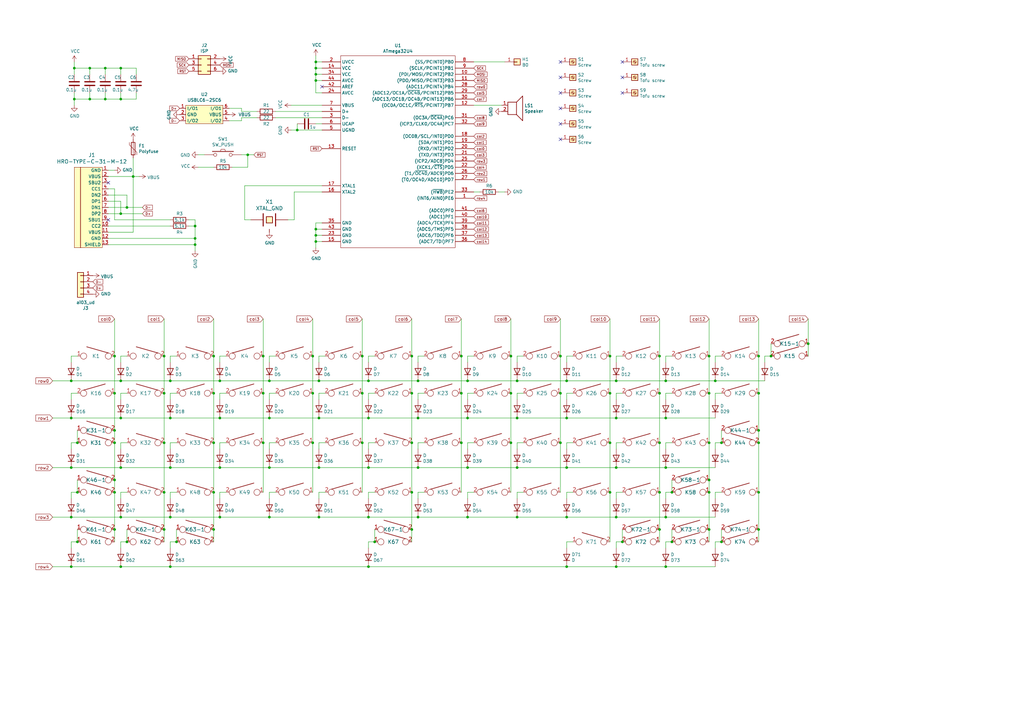
<source format=kicad_sch>
(kicad_sch (version 20200512) (host eeschema "(5.99.0-1789-gecec7192f)")
  (page 1 1)
  (paper "A3")
  (junction (at 29.21 156.21))
  (junction (at 29.21 171.45))
  (junction (at 29.21 191.77))
  (junction (at 29.21 212.09))
  (junction (at 29.21 232.41))
  (junction (at 30.48 27.94))
  (junction (at 30.48 40.64))
  (junction (at 31.75 181.61))
  (junction (at 31.75 201.93))
  (junction (at 31.75 222.25))
  (junction (at 36.83 27.94))
  (junction (at 36.83 40.64))
  (junction (at 43.18 27.94))
  (junction (at 43.18 40.64))
  (junction (at 46.99 146.05))
  (junction (at 46.99 161.29))
  (junction (at 46.99 176.53))
  (junction (at 46.99 181.61))
  (junction (at 46.99 196.85))
  (junction (at 46.99 201.93))
  (junction (at 46.99 217.17))
  (junction (at 49.53 27.94))
  (junction (at 49.53 40.64))
  (junction (at 49.53 87.63))
  (junction (at 49.53 156.21))
  (junction (at 49.53 171.45))
  (junction (at 49.53 191.77))
  (junction (at 49.53 212.09))
  (junction (at 49.53 232.41))
  (junction (at 52.07 85.09))
  (junction (at 52.07 222.25))
  (junction (at 54.61 72.39))
  (junction (at 67.31 146.05))
  (junction (at 67.31 161.29))
  (junction (at 67.31 181.61))
  (junction (at 67.31 201.93))
  (junction (at 67.31 217.17))
  (junction (at 69.85 156.21))
  (junction (at 69.85 171.45))
  (junction (at 69.85 191.77))
  (junction (at 69.85 212.09))
  (junction (at 69.85 232.41))
  (junction (at 72.39 222.25))
  (junction (at 80.01 92.71))
  (junction (at 80.01 97.79))
  (junction (at 80.01 100.33))
  (junction (at 87.63 146.05))
  (junction (at 87.63 161.29))
  (junction (at 87.63 181.61))
  (junction (at 87.63 201.93))
  (junction (at 87.63 217.17))
  (junction (at 90.17 156.21))
  (junction (at 90.17 171.45))
  (junction (at 90.17 191.77))
  (junction (at 90.17 212.09))
  (junction (at 101.6 63.5))
  (junction (at 107.95 146.05))
  (junction (at 107.95 161.29))
  (junction (at 107.95 181.61))
  (junction (at 110.49 156.21))
  (junction (at 110.49 171.45))
  (junction (at 110.49 191.77))
  (junction (at 110.49 212.09))
  (junction (at 121.92 53.34))
  (junction (at 128.27 146.05))
  (junction (at 128.27 161.29))
  (junction (at 128.27 181.61))
  (junction (at 129.54 25.4))
  (junction (at 129.54 27.94))
  (junction (at 129.54 30.48))
  (junction (at 129.54 33.02))
  (junction (at 129.54 93.98))
  (junction (at 129.54 96.52))
  (junction (at 129.54 99.06))
  (junction (at 130.81 156.21))
  (junction (at 130.81 171.45))
  (junction (at 130.81 191.77))
  (junction (at 130.81 212.09))
  (junction (at 148.59 146.05))
  (junction (at 148.59 161.29))
  (junction (at 148.59 181.61))
  (junction (at 151.13 156.21))
  (junction (at 151.13 171.45))
  (junction (at 151.13 191.77))
  (junction (at 151.13 212.09))
  (junction (at 151.13 232.41))
  (junction (at 153.67 222.25))
  (junction (at 168.91 146.05))
  (junction (at 168.91 161.29))
  (junction (at 168.91 181.61))
  (junction (at 168.91 201.93))
  (junction (at 168.91 217.17))
  (junction (at 171.45 156.21))
  (junction (at 171.45 171.45))
  (junction (at 171.45 191.77))
  (junction (at 171.45 212.09))
  (junction (at 189.23 146.05))
  (junction (at 189.23 161.29))
  (junction (at 189.23 181.61))
  (junction (at 191.77 156.21))
  (junction (at 191.77 171.45))
  (junction (at 191.77 191.77))
  (junction (at 191.77 212.09))
  (junction (at 209.55 146.05))
  (junction (at 209.55 161.29))
  (junction (at 209.55 181.61))
  (junction (at 212.09 156.21))
  (junction (at 212.09 171.45))
  (junction (at 212.09 191.77))
  (junction (at 212.09 212.09))
  (junction (at 229.87 146.05))
  (junction (at 229.87 161.29))
  (junction (at 229.87 181.61))
  (junction (at 232.41 156.21))
  (junction (at 232.41 171.45))
  (junction (at 232.41 191.77))
  (junction (at 232.41 212.09))
  (junction (at 232.41 232.41))
  (junction (at 250.19 146.05))
  (junction (at 250.19 161.29))
  (junction (at 250.19 181.61))
  (junction (at 250.19 201.93))
  (junction (at 252.73 156.21))
  (junction (at 252.73 171.45))
  (junction (at 252.73 191.77))
  (junction (at 252.73 212.09))
  (junction (at 252.73 232.41))
  (junction (at 255.27 222.25))
  (junction (at 270.51 146.05))
  (junction (at 270.51 161.29))
  (junction (at 270.51 181.61))
  (junction (at 270.51 201.93))
  (junction (at 270.51 217.17))
  (junction (at 273.05 156.21))
  (junction (at 273.05 171.45))
  (junction (at 273.05 191.77))
  (junction (at 273.05 212.09))
  (junction (at 273.05 232.41))
  (junction (at 275.59 201.93))
  (junction (at 275.59 222.25))
  (junction (at 290.83 146.05))
  (junction (at 290.83 161.29))
  (junction (at 290.83 181.61))
  (junction (at 290.83 196.85))
  (junction (at 290.83 201.93))
  (junction (at 290.83 217.17))
  (junction (at 293.37 156.21))
  (junction (at 295.91 181.61))
  (junction (at 295.91 222.25))
  (junction (at 311.15 146.05))
  (junction (at 311.15 161.29))
  (junction (at 311.15 176.53))
  (junction (at 311.15 181.61))
  (junction (at 311.15 201.93))
  (junction (at 311.15 217.17))
  (junction (at 316.23 146.05))
  (junction (at 331.47 140.97))
  (no_connect (at 229.87 31.75))
  (no_connect (at 229.87 44.45))
  (no_connect (at 44.45 74.93))
  (no_connect (at 229.87 38.1))
  (no_connect (at 132.08 35.56))
  (no_connect (at 229.87 57.15))
  (no_connect (at 255.27 31.75))
  (no_connect (at 255.27 38.1))
  (no_connect (at 229.87 50.8))
  (no_connect (at 44.45 90.17))
  (no_connect (at 229.87 25.4))
  (no_connect (at 255.27 25.4))
  (wire (pts (xy 21.59 156.21) (xy 29.21 156.21)))
  (wire (pts (xy 21.59 171.45) (xy 29.21 171.45)))
  (wire (pts (xy 21.59 212.09) (xy 29.21 212.09)))
  (wire (pts (xy 29.21 146.05) (xy 31.75 146.05)))
  (wire (pts (xy 29.21 148.59) (xy 29.21 146.05)))
  (wire (pts (xy 29.21 156.21) (xy 49.53 156.21)))
  (wire (pts (xy 29.21 161.29) (xy 31.75 161.29)))
  (wire (pts (xy 29.21 163.83) (xy 29.21 161.29)))
  (wire (pts (xy 29.21 171.45) (xy 49.53 171.45)))
  (wire (pts (xy 29.21 181.61) (xy 31.75 181.61)))
  (wire (pts (xy 29.21 184.15) (xy 29.21 181.61)))
  (wire (pts (xy 29.21 191.77) (xy 21.59 191.77)))
  (wire (pts (xy 29.21 201.93) (xy 31.75 201.93)))
  (wire (pts (xy 29.21 204.47) (xy 29.21 201.93)))
  (wire (pts (xy 29.21 212.09) (xy 49.53 212.09)))
  (wire (pts (xy 29.21 222.25) (xy 31.75 222.25)))
  (wire (pts (xy 29.21 224.79) (xy 29.21 222.25)))
  (wire (pts (xy 29.21 232.41) (xy 21.59 232.41)))
  (wire (pts (xy 30.48 25.4) (xy 30.48 27.94)))
  (wire (pts (xy 30.48 27.94) (xy 30.48 30.48)))
  (wire (pts (xy 30.48 27.94) (xy 36.83 27.94)))
  (wire (pts (xy 30.48 38.1) (xy 30.48 40.64)))
  (wire (pts (xy 30.48 40.64) (xy 30.48 43.18)))
  (wire (pts (xy 30.48 40.64) (xy 36.83 40.64)))
  (wire (pts (xy 31.75 176.53) (xy 31.75 181.61)))
  (wire (pts (xy 31.75 196.85) (xy 31.75 201.93)))
  (wire (pts (xy 31.75 217.17) (xy 31.75 222.25)))
  (wire (pts (xy 36.83 27.94) (xy 43.18 27.94)))
  (wire (pts (xy 36.83 30.48) (xy 36.83 27.94)))
  (wire (pts (xy 36.83 40.64) (xy 36.83 38.1)))
  (wire (pts (xy 36.83 40.64) (xy 43.18 40.64)))
  (wire (pts (xy 43.18 27.94) (xy 49.53 27.94)))
  (wire (pts (xy 43.18 30.48) (xy 43.18 27.94)))
  (wire (pts (xy 43.18 40.64) (xy 43.18 38.1)))
  (wire (pts (xy 43.18 40.64) (xy 49.53 40.64)))
  (wire (pts (xy 44.45 69.85) (xy 46.99 69.85)))
  (wire (pts (xy 44.45 72.39) (xy 54.61 72.39)))
  (wire (pts (xy 44.45 77.47) (xy 46.99 77.47)))
  (wire (pts (xy 44.45 80.01) (xy 52.07 80.01)))
  (wire (pts (xy 44.45 87.63) (xy 49.53 87.63)))
  (wire (pts (xy 44.45 92.71) (xy 69.85 92.71)))
  (wire (pts (xy 44.45 97.79) (xy 80.01 97.79)))
  (wire (pts (xy 44.45 100.33) (xy 80.01 100.33)))
  (wire (pts (xy 46.99 77.47) (xy 46.99 90.17)))
  (wire (pts (xy 46.99 90.17) (xy 69.85 90.17)))
  (wire (pts (xy 46.99 130.81) (xy 46.99 146.05)))
  (wire (pts (xy 46.99 146.05) (xy 46.99 161.29)))
  (wire (pts (xy 46.99 161.29) (xy 46.99 176.53)))
  (wire (pts (xy 46.99 176.53) (xy 46.99 181.61)))
  (wire (pts (xy 46.99 181.61) (xy 46.99 196.85)))
  (wire (pts (xy 46.99 196.85) (xy 46.99 201.93)))
  (wire (pts (xy 46.99 201.93) (xy 46.99 217.17)))
  (wire (pts (xy 46.99 217.17) (xy 46.99 222.25)))
  (wire (pts (xy 49.53 27.94) (xy 55.88 27.94)))
  (wire (pts (xy 49.53 30.48) (xy 49.53 27.94)))
  (wire (pts (xy 49.53 40.64) (xy 49.53 38.1)))
  (wire (pts (xy 49.53 40.64) (xy 55.88 40.64)))
  (wire (pts (xy 49.53 82.55) (xy 44.45 82.55)))
  (wire (pts (xy 49.53 87.63) (xy 49.53 82.55)))
  (wire (pts (xy 49.53 87.63) (xy 58.42 87.63)))
  (wire (pts (xy 49.53 146.05) (xy 52.07 146.05)))
  (wire (pts (xy 49.53 148.59) (xy 49.53 146.05)))
  (wire (pts (xy 49.53 156.21) (xy 69.85 156.21)))
  (wire (pts (xy 49.53 161.29) (xy 52.07 161.29)))
  (wire (pts (xy 49.53 163.83) (xy 49.53 161.29)))
  (wire (pts (xy 49.53 171.45) (xy 69.85 171.45)))
  (wire (pts (xy 49.53 181.61) (xy 52.07 181.61)))
  (wire (pts (xy 49.53 184.15) (xy 49.53 181.61)))
  (wire (pts (xy 49.53 191.77) (xy 29.21 191.77)))
  (wire (pts (xy 49.53 201.93) (xy 52.07 201.93)))
  (wire (pts (xy 49.53 204.47) (xy 49.53 201.93)))
  (wire (pts (xy 49.53 212.09) (xy 69.85 212.09)))
  (wire (pts (xy 49.53 222.25) (xy 52.07 222.25)))
  (wire (pts (xy 49.53 224.79) (xy 49.53 222.25)))
  (wire (pts (xy 49.53 232.41) (xy 29.21 232.41)))
  (wire (pts (xy 52.07 80.01) (xy 52.07 85.09)))
  (wire (pts (xy 52.07 85.09) (xy 44.45 85.09)))
  (wire (pts (xy 52.07 85.09) (xy 58.42 85.09)))
  (wire (pts (xy 52.07 222.25) (xy 52.07 217.17)))
  (wire (pts (xy 54.61 72.39) (xy 54.61 64.77)))
  (wire (pts (xy 54.61 72.39) (xy 54.61 95.25)))
  (wire (pts (xy 54.61 72.39) (xy 57.15 72.39)))
  (wire (pts (xy 54.61 95.25) (xy 44.45 95.25)))
  (wire (pts (xy 55.88 27.94) (xy 55.88 30.48)))
  (wire (pts (xy 55.88 40.64) (xy 55.88 38.1)))
  (wire (pts (xy 67.31 146.05) (xy 67.31 130.81)))
  (wire (pts (xy 67.31 161.29) (xy 67.31 146.05)))
  (wire (pts (xy 67.31 181.61) (xy 67.31 161.29)))
  (wire (pts (xy 67.31 201.93) (xy 67.31 181.61)))
  (wire (pts (xy 67.31 217.17) (xy 67.31 201.93)))
  (wire (pts (xy 67.31 222.25) (xy 67.31 217.17)))
  (wire (pts (xy 69.85 146.05) (xy 72.39 146.05)))
  (wire (pts (xy 69.85 148.59) (xy 69.85 146.05)))
  (wire (pts (xy 69.85 156.21) (xy 90.17 156.21)))
  (wire (pts (xy 69.85 161.29) (xy 72.39 161.29)))
  (wire (pts (xy 69.85 163.83) (xy 69.85 161.29)))
  (wire (pts (xy 69.85 171.45) (xy 90.17 171.45)))
  (wire (pts (xy 69.85 181.61) (xy 72.39 181.61)))
  (wire (pts (xy 69.85 184.15) (xy 69.85 181.61)))
  (wire (pts (xy 69.85 191.77) (xy 49.53 191.77)))
  (wire (pts (xy 69.85 201.93) (xy 72.39 201.93)))
  (wire (pts (xy 69.85 204.47) (xy 69.85 201.93)))
  (wire (pts (xy 69.85 212.09) (xy 90.17 212.09)))
  (wire (pts (xy 69.85 222.25) (xy 72.39 222.25)))
  (wire (pts (xy 69.85 224.79) (xy 69.85 222.25)))
  (wire (pts (xy 69.85 232.41) (xy 49.53 232.41)))
  (wire (pts (xy 72.39 222.25) (xy 72.39 217.17)))
  (wire (pts (xy 77.47 90.17) (xy 80.01 90.17)))
  (wire (pts (xy 77.47 92.71) (xy 80.01 92.71)))
  (wire (pts (xy 80.01 90.17) (xy 80.01 92.71)))
  (wire (pts (xy 80.01 92.71) (xy 80.01 97.79)))
  (wire (pts (xy 80.01 97.79) (xy 80.01 100.33)))
  (wire (pts (xy 80.01 100.33) (xy 80.01 102.87)))
  (wire (pts (xy 81.28 63.5) (xy 83.82 63.5)))
  (wire (pts (xy 81.28 68.58) (xy 87.63 68.58)))
  (wire (pts (xy 87.63 130.81) (xy 87.63 146.05)))
  (wire (pts (xy 87.63 146.05) (xy 87.63 161.29)))
  (wire (pts (xy 87.63 161.29) (xy 87.63 181.61)))
  (wire (pts (xy 87.63 181.61) (xy 87.63 201.93)))
  (wire (pts (xy 87.63 201.93) (xy 87.63 217.17)))
  (wire (pts (xy 87.63 217.17) (xy 87.63 222.25)))
  (wire (pts (xy 90.17 146.05) (xy 92.71 146.05)))
  (wire (pts (xy 90.17 148.59) (xy 90.17 146.05)))
  (wire (pts (xy 90.17 156.21) (xy 110.49 156.21)))
  (wire (pts (xy 90.17 161.29) (xy 92.71 161.29)))
  (wire (pts (xy 90.17 163.83) (xy 90.17 161.29)))
  (wire (pts (xy 90.17 171.45) (xy 110.49 171.45)))
  (wire (pts (xy 90.17 181.61) (xy 92.71 181.61)))
  (wire (pts (xy 90.17 184.15) (xy 90.17 181.61)))
  (wire (pts (xy 90.17 191.77) (xy 69.85 191.77)))
  (wire (pts (xy 90.17 201.93) (xy 92.71 201.93)))
  (wire (pts (xy 90.17 204.47) (xy 90.17 201.93)))
  (wire (pts (xy 90.17 212.09) (xy 110.49 212.09)))
  (wire (pts (xy 93.98 44.45) (xy 99.06 44.45)))
  (wire (pts (xy 93.98 49.53) (xy 99.06 49.53)))
  (wire (pts (xy 99.06 44.45) (xy 99.06 45.72)))
  (wire (pts (xy 99.06 45.72) (xy 105.41 45.72)))
  (wire (pts (xy 99.06 48.26) (xy 105.41 48.26)))
  (wire (pts (xy 99.06 49.53) (xy 99.06 48.26)))
  (wire (pts (xy 99.06 63.5) (xy 101.6 63.5)))
  (wire (pts (xy 100.33 76.2) (xy 132.08 76.2)))
  (wire (pts (xy 100.33 90.17) (xy 100.33 76.2)))
  (wire (pts (xy 100.33 90.17) (xy 102.87 90.17)))
  (wire (pts (xy 101.6 63.5) (xy 101.6 68.58)))
  (wire (pts (xy 101.6 68.58) (xy 95.25 68.58)))
  (wire (pts (xy 104.14 63.5) (xy 101.6 63.5)))
  (wire (pts (xy 107.95 130.81) (xy 107.95 146.05)))
  (wire (pts (xy 107.95 146.05) (xy 107.95 161.29)))
  (wire (pts (xy 107.95 161.29) (xy 107.95 181.61)))
  (wire (pts (xy 107.95 181.61) (xy 107.95 201.93)))
  (wire (pts (xy 110.49 146.05) (xy 113.03 146.05)))
  (wire (pts (xy 110.49 148.59) (xy 110.49 146.05)))
  (wire (pts (xy 110.49 156.21) (xy 130.81 156.21)))
  (wire (pts (xy 110.49 161.29) (xy 113.03 161.29)))
  (wire (pts (xy 110.49 163.83) (xy 110.49 161.29)))
  (wire (pts (xy 110.49 171.45) (xy 130.81 171.45)))
  (wire (pts (xy 110.49 181.61) (xy 113.03 181.61)))
  (wire (pts (xy 110.49 184.15) (xy 110.49 181.61)))
  (wire (pts (xy 110.49 191.77) (xy 90.17 191.77)))
  (wire (pts (xy 110.49 201.93) (xy 113.03 201.93)))
  (wire (pts (xy 110.49 204.47) (xy 110.49 201.93)))
  (wire (pts (xy 110.49 212.09) (xy 130.81 212.09)))
  (wire (pts (xy 113.03 45.72) (xy 132.08 45.72)))
  (wire (pts (xy 113.03 48.26) (xy 132.08 48.26)))
  (wire (pts (xy 119.38 53.34) (xy 121.92 53.34)))
  (wire (pts (xy 120.65 78.74) (xy 120.65 90.17)))
  (wire (pts (xy 120.65 90.17) (xy 118.11 90.17)))
  (wire (pts (xy 121.92 50.8) (xy 121.92 53.34)))
  (wire (pts (xy 121.92 53.34) (xy 132.08 53.34)))
  (wire (pts (xy 128.27 146.05) (xy 128.27 130.81)))
  (wire (pts (xy 128.27 161.29) (xy 128.27 146.05)))
  (wire (pts (xy 128.27 181.61) (xy 128.27 161.29)))
  (wire (pts (xy 128.27 201.93) (xy 128.27 181.61)))
  (wire (pts (xy 129.54 22.86) (xy 129.54 25.4)))
  (wire (pts (xy 129.54 25.4) (xy 129.54 27.94)))
  (wire (pts (xy 129.54 27.94) (xy 129.54 30.48)))
  (wire (pts (xy 129.54 30.48) (xy 129.54 33.02)))
  (wire (pts (xy 129.54 33.02) (xy 129.54 38.1)))
  (wire (pts (xy 129.54 38.1) (xy 132.08 38.1)))
  (wire (pts (xy 129.54 91.44) (xy 129.54 93.98)))
  (wire (pts (xy 129.54 93.98) (xy 129.54 96.52)))
  (wire (pts (xy 129.54 96.52) (xy 129.54 99.06)))
  (wire (pts (xy 129.54 99.06) (xy 132.08 99.06)))
  (wire (pts (xy 129.54 101.6) (xy 129.54 99.06)))
  (wire (pts (xy 130.81 146.05) (xy 133.35 146.05)))
  (wire (pts (xy 130.81 148.59) (xy 130.81 146.05)))
  (wire (pts (xy 130.81 156.21) (xy 151.13 156.21)))
  (wire (pts (xy 130.81 161.29) (xy 133.35 161.29)))
  (wire (pts (xy 130.81 163.83) (xy 130.81 161.29)))
  (wire (pts (xy 130.81 171.45) (xy 151.13 171.45)))
  (wire (pts (xy 130.81 181.61) (xy 133.35 181.61)))
  (wire (pts (xy 130.81 184.15) (xy 130.81 181.61)))
  (wire (pts (xy 130.81 191.77) (xy 110.49 191.77)))
  (wire (pts (xy 130.81 201.93) (xy 133.35 201.93)))
  (wire (pts (xy 130.81 204.47) (xy 130.81 201.93)))
  (wire (pts (xy 130.81 212.09) (xy 151.13 212.09)))
  (wire (pts (xy 132.08 25.4) (xy 129.54 25.4)))
  (wire (pts (xy 132.08 27.94) (xy 129.54 27.94)))
  (wire (pts (xy 132.08 30.48) (xy 129.54 30.48)))
  (wire (pts (xy 132.08 33.02) (xy 129.54 33.02)))
  (wire (pts (xy 132.08 43.18) (xy 119.38 43.18)))
  (wire (pts (xy 132.08 50.8) (xy 129.54 50.8)))
  (wire (pts (xy 132.08 78.74) (xy 120.65 78.74)))
  (wire (pts (xy 132.08 91.44) (xy 129.54 91.44)))
  (wire (pts (xy 132.08 93.98) (xy 129.54 93.98)))
  (wire (pts (xy 132.08 96.52) (xy 129.54 96.52)))
  (wire (pts (xy 148.59 130.81) (xy 148.59 146.05)))
  (wire (pts (xy 148.59 146.05) (xy 148.59 161.29)))
  (wire (pts (xy 148.59 161.29) (xy 148.59 181.61)))
  (wire (pts (xy 148.59 181.61) (xy 148.59 201.93)))
  (wire (pts (xy 151.13 146.05) (xy 153.67 146.05)))
  (wire (pts (xy 151.13 148.59) (xy 151.13 146.05)))
  (wire (pts (xy 151.13 156.21) (xy 171.45 156.21)))
  (wire (pts (xy 151.13 161.29) (xy 153.67 161.29)))
  (wire (pts (xy 151.13 163.83) (xy 151.13 161.29)))
  (wire (pts (xy 151.13 171.45) (xy 171.45 171.45)))
  (wire (pts (xy 151.13 181.61) (xy 153.67 181.61)))
  (wire (pts (xy 151.13 184.15) (xy 151.13 181.61)))
  (wire (pts (xy 151.13 191.77) (xy 130.81 191.77)))
  (wire (pts (xy 151.13 201.93) (xy 153.67 201.93)))
  (wire (pts (xy 151.13 204.47) (xy 151.13 201.93)))
  (wire (pts (xy 151.13 212.09) (xy 171.45 212.09)))
  (wire (pts (xy 151.13 222.25) (xy 153.67 222.25)))
  (wire (pts (xy 151.13 224.79) (xy 151.13 222.25)))
  (wire (pts (xy 151.13 232.41) (xy 69.85 232.41)))
  (wire (pts (xy 151.13 232.41) (xy 232.41 232.41)))
  (wire (pts (xy 153.67 217.17) (xy 153.67 222.25)))
  (wire (pts (xy 168.91 146.05) (xy 168.91 130.81)))
  (wire (pts (xy 168.91 161.29) (xy 168.91 146.05)))
  (wire (pts (xy 168.91 181.61) (xy 168.91 161.29)))
  (wire (pts (xy 168.91 201.93) (xy 168.91 181.61)))
  (wire (pts (xy 168.91 217.17) (xy 168.91 201.93)))
  (wire (pts (xy 168.91 222.25) (xy 168.91 217.17)))
  (wire (pts (xy 171.45 146.05) (xy 173.99 146.05)))
  (wire (pts (xy 171.45 148.59) (xy 171.45 146.05)))
  (wire (pts (xy 171.45 156.21) (xy 191.77 156.21)))
  (wire (pts (xy 171.45 161.29) (xy 173.99 161.29)))
  (wire (pts (xy 171.45 163.83) (xy 171.45 161.29)))
  (wire (pts (xy 171.45 171.45) (xy 191.77 171.45)))
  (wire (pts (xy 171.45 181.61) (xy 173.99 181.61)))
  (wire (pts (xy 171.45 184.15) (xy 171.45 181.61)))
  (wire (pts (xy 171.45 191.77) (xy 151.13 191.77)))
  (wire (pts (xy 171.45 201.93) (xy 173.99 201.93)))
  (wire (pts (xy 171.45 204.47) (xy 171.45 201.93)))
  (wire (pts (xy 171.45 212.09) (xy 191.77 212.09)))
  (wire (pts (xy 189.23 130.81) (xy 189.23 146.05)))
  (wire (pts (xy 189.23 146.05) (xy 189.23 161.29)))
  (wire (pts (xy 189.23 161.29) (xy 189.23 181.61)))
  (wire (pts (xy 189.23 181.61) (xy 189.23 201.93)))
  (wire (pts (xy 191.77 146.05) (xy 194.31 146.05)))
  (wire (pts (xy 191.77 148.59) (xy 191.77 146.05)))
  (wire (pts (xy 191.77 156.21) (xy 212.09 156.21)))
  (wire (pts (xy 191.77 161.29) (xy 194.31 161.29)))
  (wire (pts (xy 191.77 163.83) (xy 191.77 161.29)))
  (wire (pts (xy 191.77 171.45) (xy 212.09 171.45)))
  (wire (pts (xy 191.77 181.61) (xy 194.31 181.61)))
  (wire (pts (xy 191.77 184.15) (xy 191.77 181.61)))
  (wire (pts (xy 191.77 191.77) (xy 171.45 191.77)))
  (wire (pts (xy 191.77 201.93) (xy 194.31 201.93)))
  (wire (pts (xy 191.77 204.47) (xy 191.77 201.93)))
  (wire (pts (xy 191.77 212.09) (xy 212.09 212.09)))
  (wire (pts (xy 194.31 25.4) (xy 207.01 25.4)))
  (wire (pts (xy 194.31 43.18) (xy 205.74 43.18)))
  (wire (pts (xy 196.85 78.74) (xy 194.31 78.74)))
  (wire (pts (xy 207.01 78.74) (xy 204.47 78.74)))
  (wire (pts (xy 209.55 146.05) (xy 209.55 130.81)))
  (wire (pts (xy 209.55 161.29) (xy 209.55 146.05)))
  (wire (pts (xy 209.55 181.61) (xy 209.55 161.29)))
  (wire (pts (xy 209.55 201.93) (xy 209.55 181.61)))
  (wire (pts (xy 212.09 146.05) (xy 214.63 146.05)))
  (wire (pts (xy 212.09 148.59) (xy 212.09 146.05)))
  (wire (pts (xy 212.09 156.21) (xy 232.41 156.21)))
  (wire (pts (xy 212.09 161.29) (xy 214.63 161.29)))
  (wire (pts (xy 212.09 163.83) (xy 212.09 161.29)))
  (wire (pts (xy 212.09 171.45) (xy 232.41 171.45)))
  (wire (pts (xy 212.09 181.61) (xy 214.63 181.61)))
  (wire (pts (xy 212.09 184.15) (xy 212.09 181.61)))
  (wire (pts (xy 212.09 191.77) (xy 191.77 191.77)))
  (wire (pts (xy 212.09 201.93) (xy 214.63 201.93)))
  (wire (pts (xy 212.09 204.47) (xy 212.09 201.93)))
  (wire (pts (xy 212.09 212.09) (xy 232.41 212.09)))
  (wire (pts (xy 229.87 130.81) (xy 229.87 146.05)))
  (wire (pts (xy 229.87 146.05) (xy 229.87 161.29)))
  (wire (pts (xy 229.87 161.29) (xy 229.87 181.61)))
  (wire (pts (xy 229.87 181.61) (xy 229.87 201.93)))
  (wire (pts (xy 232.41 146.05) (xy 234.95 146.05)))
  (wire (pts (xy 232.41 148.59) (xy 232.41 146.05)))
  (wire (pts (xy 232.41 156.21) (xy 252.73 156.21)))
  (wire (pts (xy 232.41 161.29) (xy 234.95 161.29)))
  (wire (pts (xy 232.41 163.83) (xy 232.41 161.29)))
  (wire (pts (xy 232.41 171.45) (xy 252.73 171.45)))
  (wire (pts (xy 232.41 181.61) (xy 234.95 181.61)))
  (wire (pts (xy 232.41 184.15) (xy 232.41 181.61)))
  (wire (pts (xy 232.41 191.77) (xy 212.09 191.77)))
  (wire (pts (xy 232.41 201.93) (xy 234.95 201.93)))
  (wire (pts (xy 232.41 204.47) (xy 232.41 201.93)))
  (wire (pts (xy 232.41 212.09) (xy 252.73 212.09)))
  (wire (pts (xy 232.41 222.25) (xy 234.95 222.25)))
  (wire (pts (xy 232.41 224.79) (xy 232.41 222.25)))
  (wire (pts (xy 250.19 146.05) (xy 250.19 130.81)))
  (wire (pts (xy 250.19 161.29) (xy 250.19 146.05)))
  (wire (pts (xy 250.19 181.61) (xy 250.19 161.29)))
  (wire (pts (xy 250.19 201.93) (xy 250.19 181.61)))
  (wire (pts (xy 250.19 222.25) (xy 250.19 201.93)))
  (wire (pts (xy 252.73 146.05) (xy 255.27 146.05)))
  (wire (pts (xy 252.73 148.59) (xy 252.73 146.05)))
  (wire (pts (xy 252.73 156.21) (xy 273.05 156.21)))
  (wire (pts (xy 252.73 161.29) (xy 255.27 161.29)))
  (wire (pts (xy 252.73 163.83) (xy 252.73 161.29)))
  (wire (pts (xy 252.73 171.45) (xy 273.05 171.45)))
  (wire (pts (xy 252.73 181.61) (xy 255.27 181.61)))
  (wire (pts (xy 252.73 184.15) (xy 252.73 181.61)))
  (wire (pts (xy 252.73 191.77) (xy 232.41 191.77)))
  (wire (pts (xy 252.73 201.93) (xy 255.27 201.93)))
  (wire (pts (xy 252.73 204.47) (xy 252.73 201.93)))
  (wire (pts (xy 252.73 212.09) (xy 273.05 212.09)))
  (wire (pts (xy 252.73 222.25) (xy 255.27 222.25)))
  (wire (pts (xy 252.73 224.79) (xy 252.73 222.25)))
  (wire (pts (xy 252.73 232.41) (xy 232.41 232.41)))
  (wire (pts (xy 255.27 222.25) (xy 255.27 217.17)))
  (wire (pts (xy 270.51 130.81) (xy 270.51 146.05)))
  (wire (pts (xy 270.51 146.05) (xy 270.51 161.29)))
  (wire (pts (xy 270.51 161.29) (xy 270.51 181.61)))
  (wire (pts (xy 270.51 181.61) (xy 270.51 201.93)))
  (wire (pts (xy 270.51 201.93) (xy 270.51 217.17)))
  (wire (pts (xy 270.51 217.17) (xy 270.51 222.25)))
  (wire (pts (xy 273.05 146.05) (xy 275.59 146.05)))
  (wire (pts (xy 273.05 148.59) (xy 273.05 146.05)))
  (wire (pts (xy 273.05 156.21) (xy 293.37 156.21)))
  (wire (pts (xy 273.05 161.29) (xy 275.59 161.29)))
  (wire (pts (xy 273.05 163.83) (xy 273.05 161.29)))
  (wire (pts (xy 273.05 171.45) (xy 293.37 171.45)))
  (wire (pts (xy 273.05 181.61) (xy 275.59 181.61)))
  (wire (pts (xy 273.05 184.15) (xy 273.05 181.61)))
  (wire (pts (xy 273.05 191.77) (xy 252.73 191.77)))
  (wire (pts (xy 273.05 201.93) (xy 275.59 201.93)))
  (wire (pts (xy 273.05 204.47) (xy 273.05 201.93)))
  (wire (pts (xy 273.05 212.09) (xy 293.37 212.09)))
  (wire (pts (xy 273.05 222.25) (xy 275.59 222.25)))
  (wire (pts (xy 273.05 224.79) (xy 273.05 222.25)))
  (wire (pts (xy 273.05 232.41) (xy 252.73 232.41)))
  (wire (pts (xy 275.59 196.85) (xy 275.59 201.93)))
  (wire (pts (xy 275.59 222.25) (xy 275.59 217.17)))
  (wire (pts (xy 290.83 146.05) (xy 290.83 130.81)))
  (wire (pts (xy 290.83 161.29) (xy 290.83 146.05)))
  (wire (pts (xy 290.83 181.61) (xy 290.83 161.29)))
  (wire (pts (xy 290.83 196.85) (xy 290.83 181.61)))
  (wire (pts (xy 290.83 201.93) (xy 290.83 196.85)))
  (wire (pts (xy 290.83 217.17) (xy 290.83 201.93)))
  (wire (pts (xy 290.83 222.25) (xy 290.83 217.17)))
  (wire (pts (xy 293.37 146.05) (xy 295.91 146.05)))
  (wire (pts (xy 293.37 148.59) (xy 293.37 146.05)))
  (wire (pts (xy 293.37 156.21) (xy 313.69 156.21)))
  (wire (pts (xy 293.37 161.29) (xy 295.91 161.29)))
  (wire (pts (xy 293.37 163.83) (xy 293.37 161.29)))
  (wire (pts (xy 293.37 181.61) (xy 295.91 181.61)))
  (wire (pts (xy 293.37 184.15) (xy 293.37 181.61)))
  (wire (pts (xy 293.37 191.77) (xy 273.05 191.77)))
  (wire (pts (xy 293.37 201.93) (xy 295.91 201.93)))
  (wire (pts (xy 293.37 204.47) (xy 293.37 201.93)))
  (wire (pts (xy 293.37 222.25) (xy 295.91 222.25)))
  (wire (pts (xy 293.37 224.79) (xy 293.37 222.25)))
  (wire (pts (xy 293.37 232.41) (xy 273.05 232.41)))
  (wire (pts (xy 295.91 176.53) (xy 295.91 181.61)))
  (wire (pts (xy 295.91 222.25) (xy 295.91 217.17)))
  (wire (pts (xy 311.15 130.81) (xy 311.15 146.05)))
  (wire (pts (xy 311.15 146.05) (xy 311.15 161.29)))
  (wire (pts (xy 311.15 161.29) (xy 311.15 176.53)))
  (wire (pts (xy 311.15 176.53) (xy 311.15 181.61)))
  (wire (pts (xy 311.15 181.61) (xy 311.15 201.93)))
  (wire (pts (xy 311.15 201.93) (xy 311.15 217.17)))
  (wire (pts (xy 311.15 217.17) (xy 311.15 222.25)))
  (wire (pts (xy 313.69 146.05) (xy 316.23 146.05)))
  (wire (pts (xy 313.69 148.59) (xy 313.69 146.05)))
  (wire (pts (xy 316.23 140.97) (xy 316.23 146.05)))
  (wire (pts (xy 331.47 140.97) (xy 331.47 130.81)))
  (wire (pts (xy 331.47 146.05) (xy 331.47 140.97)))
  (global_label "row0" (shape input) (at 21.59 156.21 180))
  (global_label "row1" (shape input) (at 21.59 171.45 180))
  (global_label "row2" (shape input) (at 21.59 191.77 180))
  (global_label "row3" (shape input) (at 21.59 212.09 180))
  (global_label "row4" (shape input) (at 21.59 232.41 180))
  (global_label "D-" (shape input) (at 38.1 115.57 0) (effects (font (size 0.9906 0.9906))))
  (global_label "D+" (shape input) (at 38.1 118.11 0) (effects (font (size 0.9906 0.9906))))
  (global_label "col0" (shape input) (at 46.99 130.81 180))
  (global_label "D-" (shape input) (at 58.42 85.09 0) (effects (font (size 0.9906 0.9906))))
  (global_label "D+" (shape input) (at 58.42 87.63 0) (effects (font (size 0.9906 0.9906))))
  (global_label "col1" (shape input) (at 67.31 130.81 180))
  (global_label "D+" (shape input) (at 73.66 44.45 180) (effects (font (size 0.9906 0.9906))))
  (global_label "D-" (shape input) (at 73.66 49.53 180) (effects (font (size 0.9906 0.9906))))
  (global_label "MISO" (shape input) (at 77.47 24.13 180) (effects (font (size 0.9906 0.9906))))
  (global_label "SCK" (shape input) (at 77.47 26.67 180) (effects (font (size 0.9906 0.9906))))
  (global_label "RST" (shape input) (at 77.47 29.21 180) (effects (font (size 0.9906 0.9906))))
  (global_label "col2" (shape input) (at 87.63 130.81 180))
  (global_label "MOSI" (shape input) (at 90.17 26.67 0) (effects (font (size 0.9906 0.9906))))
  (global_label "RST" (shape input) (at 104.14 63.5 0) (effects (font (size 0.9906 0.9906))))
  (global_label "col3" (shape input) (at 107.95 130.81 180))
  (global_label "col4" (shape input) (at 128.27 130.81 180))
  (global_label "RST" (shape input) (at 132.08 60.96 180) (effects (font (size 0.9906 0.9906))))
  (global_label "col5" (shape input) (at 148.59 130.81 180))
  (global_label "col6" (shape input) (at 168.91 130.81 180))
  (global_label "col7" (shape input) (at 189.23 130.81 180))
  (global_label "SCK" (shape input) (at 194.31 27.94 0) (effects (font (size 0.9906 0.9906))))
  (global_label "MOSI" (shape input) (at 194.31 30.48 0) (effects (font (size 0.9906 0.9906))))
  (global_label "MISO" (shape input) (at 194.31 33.02 0) (effects (font (size 0.9906 0.9906))))
  (global_label "row0" (shape input) (at 194.31 35.56 0) (effects (font (size 0.9906 0.9906))))
  (global_label "col5" (shape input) (at 194.31 38.1 0) (effects (font (size 0.9906 0.9906))))
  (global_label "col7" (shape input) (at 194.31 40.64 0) (effects (font (size 0.9906 0.9906))))
  (global_label "col8" (shape input) (at 194.31 48.26 0) (effects (font (size 0.9906 0.9906))))
  (global_label "col9" (shape input) (at 194.31 50.8 0) (effects (font (size 0.9906 0.9906))))
  (global_label "col2" (shape input) (at 194.31 55.88 0) (effects (font (size 0.9906 0.9906))))
  (global_label "col1" (shape input) (at 194.31 58.42 0) (effects (font (size 0.9906 0.9906))))
  (global_label "col0" (shape input) (at 194.31 60.96 0) (effects (font (size 0.9906 0.9906))))
  (global_label "col3" (shape input) (at 194.31 63.5 0) (effects (font (size 0.9906 0.9906))))
  (global_label "row3" (shape input) (at 194.31 66.04 0) (effects (font (size 0.9906 0.9906))))
  (global_label "col4" (shape input) (at 194.31 68.58 0) (effects (font (size 0.9906 0.9906))))
  (global_label "row2" (shape input) (at 194.31 71.12 0) (effects (font (size 0.9906 0.9906))))
  (global_label "row1" (shape input) (at 194.31 73.66 0) (effects (font (size 0.9906 0.9906))))
  (global_label "row4" (shape input) (at 194.31 81.28 0) (effects (font (size 0.9906 0.9906))))
  (global_label "col6" (shape input) (at 194.31 86.36 0) (effects (font (size 0.9906 0.9906))))
  (global_label "col10" (shape input) (at 194.31 88.9 0) (effects (font (size 0.9906 0.9906))))
  (global_label "col11" (shape input) (at 194.31 91.44 0) (effects (font (size 0.9906 0.9906))))
  (global_label "col12" (shape input) (at 194.31 93.98 0) (effects (font (size 0.9906 0.9906))))
  (global_label "col13" (shape input) (at 194.31 96.52 0) (effects (font (size 0.9906 0.9906))))
  (global_label "col14" (shape input) (at 194.31 99.06 0) (effects (font (size 0.9906 0.9906))))
  (global_label "col8" (shape input) (at 209.55 130.81 180))
  (global_label "col9" (shape input) (at 229.87 130.81 180))
  (global_label "col10" (shape input) (at 250.19 130.81 180))
  (global_label "col11" (shape input) (at 270.51 130.81 180))
  (global_label "col12" (shape input) (at 290.83 130.81 180))
  (global_label "col13" (shape input) (at 311.15 130.81 180))
  (global_label "col14" (shape input) (at 331.47 130.81 180))
  (symbol (lib_id "Power:VCC") (at 30.48 25.4 0) (unit 1)
    (property "Reference" "#PWR0109" (effects hide))
    (property "Value" "VCC" (at 30.9118 21.0058 0))
  )
  (symbol (lib_id "Power:VBUS") (at 38.1 113.03 270) (unit 1)
    (property "Reference" "#PWR0130" (effects hide))
    (property "Value" "VBUS" (at 41.3512 113.411 90) (effects (justify left)))
  )
  (symbol (lib_id "Power:VCC") (at 54.61 57.15 0) (unit 1)
    (property "Reference" "#PWR0112" (effects hide))
    (property "Value" "VCC" (at 55.0418 52.7558 0))
  )
  (symbol (lib_id "Power:VBUS") (at 57.15 72.39 270) (unit 1)
    (property "Reference" "#PWR0124" (effects hide))
    (property "Value" "VBUS" (at 60.4012 72.771 90) (effects (justify left)))
  )
  (symbol (lib_id "Power:VCC") (at 81.28 68.58 90) (unit 1)
    (property "Reference" "#PWR0104" (effects hide))
    (property "Value" "VCC" (at 78.0542 68.1228 90) (effects (justify left)))
  )
  (symbol (lib_id "Power:VCC") (at 90.17 24.13 270) (unit 1)
    (property "Reference" "#PWR0121" (effects hide))
    (property "Value" "VCC" (at 94.5642 24.5618 0))
  )
  (symbol (lib_id "Power:VBUS") (at 93.98 46.99 270) (unit 1)
    (property "Reference" "#PWR0125" (effects hide))
    (property "Value" "VBUS" (at 97.79 46.99 90) (effects (justify left)))
  )
  (symbol (lib_id "Power:VCC") (at 119.38 43.18 90) (unit 1)
    (property "Reference" "#PWR0113" (effects hide))
    (property "Value" "VCC" (at 114.9858 42.7482 0))
  )
  (symbol (lib_id "Power:VCC") (at 129.54 22.86 0) (unit 1)
    (property "Reference" "#PWR0103" (effects hide))
    (property "Value" "VCC" (at 129.9718 18.4658 0))
  )
  (symbol (lib_id "Power:GND") (at 30.48 43.18 0) (unit 1)
    (property "Reference" "#PWR0110" (effects hide))
    (property "Value" "GND" (at 30.607 47.5742 0))
  )
  (symbol (lib_id "Power:GND") (at 38.1 120.65 90) (unit 1)
    (property "Reference" "#PWR0131" (effects hide))
    (property "Value" "GND" (at 41.3512 120.523 90) (effects (justify right)))
  )
  (symbol (lib_id "Power:GND") (at 46.99 69.85 90) (unit 1)
    (property "Reference" "#PWR0102" (effects hide))
    (property "Value" "GND" (at 50.2412 69.723 90) (effects (justify right)))
  )
  (symbol (lib_id "Power:GND") (at 73.66 46.99 270) (unit 1)
    (property "Reference" "#PWR0126" (effects hide))
    (property "Value" "GND" (at 69.2658 47.117 0))
  )
  (symbol (lib_id "Power:GND") (at 80.01 102.87 0) (unit 1)
    (property "Reference" "#PWR0111" (effects hide))
    (property "Value" "GND" (at 80.137 106.1212 90) (effects (justify right)))
  )
  (symbol (lib_id "Power:GND") (at 81.28 63.5 270) (unit 1)
    (property "Reference" "#PWR0105" (effects hide))
    (property "Value" "GND" (at 78.0288 63.627 90) (effects (justify right)))
  )
  (symbol (lib_id "Power:GND") (at 90.17 29.21 90) (unit 1)
    (property "Reference" "#PWR0120" (effects hide))
    (property "Value" "GND" (at 93.4212 29.083 90) (effects (justify right)))
  )
  (symbol (lib_id "Power:GND") (at 110.49 95.25 0) (unit 1)
    (property "Reference" "#PWR0107" (effects hide))
    (property "Value" "GND" (at 110.617 99.6442 0))
  )
  (symbol (lib_id "Power:GND") (at 119.38 53.34 270) (unit 1)
    (property "Reference" "#PWR0101" (effects hide))
    (property "Value" "GND" (at 114.9858 53.467 0))
  )
  (symbol (lib_id "Power:GND") (at 129.54 101.6 0) (unit 1)
    (property "Reference" "#PWR0108" (effects hide))
    (property "Value" "GND" (at 129.667 105.9942 0))
  )
  (symbol (lib_id "Power:GND") (at 205.74 45.72 270) (unit 1)
    (property "Reference" "#PWR0132" (effects hide))
    (property "Value" "GND" (at 201.3458 45.847 0))
  )
  (symbol (lib_id "Power:GND") (at 207.01 78.74 90) (unit 1)
    (property "Reference" "#PWR0106" (effects hide))
    (property "Value" "GND" (at 210.2612 78.613 90) (effects (justify right)))
  )
  (symbol (lib_id "Device:R") (at 73.66 90.17 270) (unit 1)
    (property "Reference" "R3" (at 73.66 87.63 90))
    (property "Value" "5.1k" (at 73.66 90.17 90))
    (property "Footprint" "Keeb_components:R_0805" (effects hide))
  )
  (symbol (lib_id "Device:R") (at 73.66 92.71 90) (unit 1)
    (property "Reference" "R4" (at 73.66 95.25 90))
    (property "Value" "5.1k" (at 73.66 92.71 90))
    (property "Footprint" "Keeb_components:R_0805" (effects hide))
  )
  (symbol (lib_id "Device:R") (at 91.44 68.58 270) (unit 1)
    (property "Reference" "R5" (at 91.44 66.04 90))
    (property "Value" "10k" (at 91.44 68.58 90))
    (property "Footprint" "Keeb_components:R_0805" (effects hide))
  )
  (symbol (lib_id "Device:R") (at 109.22 45.72 270) (unit 1)
    (property "Reference" "R1" (at 109.22 43.18 90))
    (property "Value" "22" (at 109.22 45.72 90))
    (property "Footprint" "Keeb_components:R_0805" (effects hide))
  )
  (symbol (lib_id "Device:R") (at 109.22 48.26 90) (unit 1)
    (property "Reference" "R2" (at 109.22 50.8 90))
    (property "Value" "22" (at 109.22 48.26 90))
    (property "Footprint" "Keeb_components:R_0805" (effects hide))
  )
  (symbol (lib_id "Device:R") (at 200.66 78.74 270) (unit 1)
    (property "Reference" "R6" (at 200.66 76.2 90))
    (property "Value" "10k" (at 200.66 78.74 90))
    (property "Footprint" "Keeb_components:R_0805" (effects hide))
  )
  (symbol (lib_id "Connector_Generic:Conn_01x01") (at 212.09 25.4 0) (unit 1)
    (property "Reference" "H1" (at 214.122 24.3332 0) (effects (justify left)))
    (property "Value" "B0" (at 214.122 26.6446 0) (effects (justify left)))
    (property "Footprint" "footprints:free_pin" (effects hide))
  )
  (symbol (lib_id "Connector:Screw_Terminal_01x01") (at 234.95 25.4 0) (unit 1)
    (property "Reference" "S1" (at 236.982 24.3332 0) (effects (justify left)))
    (property "Value" "Screw" (at 236.982 26.6446 0) (effects (justify left)))
    (property "Footprint" "footprints:5.5_5x2.5mm" (effects hide))
  )
  (symbol (lib_id "Connector:Screw_Terminal_01x01") (at 234.95 31.75 0) (unit 1)
    (property "Reference" "S2" (at 236.982 30.6832 0) (effects (justify left)))
    (property "Value" "Screw" (at 236.982 32.9946 0) (effects (justify left)))
    (property "Footprint" "footprints:5.5_5x2.5mm" (effects hide))
  )
  (symbol (lib_id "Connector:Screw_Terminal_01x01") (at 234.95 38.1 0) (unit 1)
    (property "Reference" "S3" (at 236.982 37.0332 0) (effects (justify left)))
    (property "Value" "Screw" (at 236.982 39.3446 0) (effects (justify left)))
    (property "Footprint" "footprints:5.5_5x2.5mm" (effects hide))
  )
  (symbol (lib_id "Connector:Screw_Terminal_01x01") (at 234.95 44.45 0) (unit 1)
    (property "Reference" "S4" (at 236.982 43.3832 0) (effects (justify left)))
    (property "Value" "Screw" (at 236.982 45.6946 0) (effects (justify left)))
    (property "Footprint" "footprints:10x5_7x2.5mm" (effects hide))
  )
  (symbol (lib_id "Connector:Screw_Terminal_01x01") (at 234.95 50.8 0) (unit 1)
    (property "Reference" "S5" (at 236.982 49.7332 0) (effects (justify left)))
    (property "Value" "Screw" (at 236.982 52.0446 0) (effects (justify left)))
    (property "Footprint" "footprints:10x5_7x2.5mm" (effects hide))
  )
  (symbol (lib_id "Connector:Screw_Terminal_01x01") (at 234.95 57.15 0) (unit 1)
    (property "Reference" "S6" (at 236.982 56.0832 0) (effects (justify left)))
    (property "Value" "Screw" (at 236.982 58.3946 0) (effects (justify left)))
    (property "Footprint" "footprints:5.5_5x2.5mm" (effects hide))
  )
  (symbol (lib_id "Connector:Screw_Terminal_01x01") (at 260.35 25.4 0) (unit 1)
    (property "Reference" "S7" (at 262.382 24.3332 0) (effects (justify left)))
    (property "Value" "Tofu screw" (at 262.382 26.6446 0) (effects (justify left)))
    (property "Footprint" "footprints:5.5_5x2.5mm" (effects hide))
  )
  (symbol (lib_id "Connector:Screw_Terminal_01x01") (at 260.35 31.75 0) (unit 1)
    (property "Reference" "S8" (at 262.382 30.6832 0) (effects (justify left)))
    (property "Value" "Tofu screw" (at 262.382 32.9946 0) (effects (justify left)))
    (property "Footprint" "footprints:5.5_5x2.5mm" (effects hide))
  )
  (symbol (lib_id "Connector:Screw_Terminal_01x01") (at 260.35 38.1 0) (unit 1)
    (property "Reference" "S9" (at 262.382 37.0332 0) (effects (justify left)))
    (property "Value" "Tofu screw" (at 262.382 39.3446 0) (effects (justify left)))
    (property "Footprint" "footprints:5.5_5x2.5mm" (effects hide))
  )
  (symbol (lib_id "Device:D") (at 29.21 152.4 270) (mirror x) (unit 1)
    (property "Reference" "D1" (at 31.2166 153.5684 90) (effects (justify left)))
    (property "Value" "D" (at 31.2166 151.257 90) (effects (justify left)))
    (property "Footprint" "Keeb_components:D_0805" (effects hide))
  )
  (symbol (lib_id "Device:D") (at 29.21 167.64 270) (mirror x) (unit 1)
    (property "Reference" "D16" (at 31.2166 168.8084 90) (effects (justify left)))
    (property "Value" "D" (at 31.2166 166.497 90) (effects (justify left)))
    (property "Footprint" "Keeb_components:D_0805" (effects hide))
  )
  (symbol (lib_id "Device:D") (at 29.21 187.96 270) (mirror x) (unit 1)
    (property "Reference" "D31" (at 31.2166 189.1284 90) (effects (justify left)))
    (property "Value" "D" (at 31.2166 186.817 90) (effects (justify left)))
    (property "Footprint" "Keeb_components:D_0805" (effects hide))
  )
  (symbol (lib_id "Device:D") (at 29.21 208.28 270) (mirror x) (unit 1)
    (property "Reference" "D46" (at 31.2166 209.4484 90) (effects (justify left)))
    (property "Value" "D" (at 31.2166 207.137 90) (effects (justify left)))
    (property "Footprint" "Keeb_components:D_0805" (effects hide))
  )
  (symbol (lib_id "Device:D") (at 29.21 228.6 270) (mirror x) (unit 1)
    (property "Reference" "D61" (at 31.2166 229.7684 90) (effects (justify left)))
    (property "Value" "D" (at 31.2166 227.457 90) (effects (justify left)))
    (property "Footprint" "Keeb_components:D_0805" (effects hide))
  )
  (symbol (lib_id "Device:D") (at 49.53 152.4 270) (mirror x) (unit 1)
    (property "Reference" "D2" (at 51.5366 153.5684 90) (effects (justify left)))
    (property "Value" "D" (at 51.5366 151.257 90) (effects (justify left)))
    (property "Footprint" "Keeb_components:D_0805" (effects hide))
  )
  (symbol (lib_id "Device:D") (at 49.53 167.64 270) (mirror x) (unit 1)
    (property "Reference" "D17" (at 51.5366 168.8084 90) (effects (justify left)))
    (property "Value" "D" (at 51.5366 166.497 90) (effects (justify left)))
    (property "Footprint" "Keeb_components:D_0805" (effects hide))
  )
  (symbol (lib_id "Device:D") (at 49.53 187.96 270) (mirror x) (unit 1)
    (property "Reference" "D32" (at 51.5366 189.1284 90) (effects (justify left)))
    (property "Value" "D" (at 51.5366 186.817 90) (effects (justify left)))
    (property "Footprint" "Keeb_components:D_0805" (effects hide))
  )
  (symbol (lib_id "Device:D") (at 49.53 208.28 270) (mirror x) (unit 1)
    (property "Reference" "D47" (at 51.5366 209.4484 90) (effects (justify left)))
    (property "Value" "D" (at 51.5366 207.137 90) (effects (justify left)))
    (property "Footprint" "Keeb_components:D_0805" (effects hide))
  )
  (symbol (lib_id "Device:D") (at 49.53 228.6 270) (mirror x) (unit 1)
    (property "Reference" "D62" (at 51.5366 229.7684 90) (effects (justify left)))
    (property "Value" "D" (at 51.5366 227.457 90) (effects (justify left)))
    (property "Footprint" "Keeb_components:D_0805" (effects hide))
  )
  (symbol (lib_id "Device:D") (at 69.85 152.4 270) (mirror x) (unit 1)
    (property "Reference" "D3" (at 71.8566 153.5684 90) (effects (justify left)))
    (property "Value" "D" (at 71.8566 151.257 90) (effects (justify left)))
    (property "Footprint" "Keeb_components:D_0805" (effects hide))
  )
  (symbol (lib_id "Device:D") (at 69.85 167.64 270) (mirror x) (unit 1)
    (property "Reference" "D18" (at 71.8566 168.8084 90) (effects (justify left)))
    (property "Value" "D" (at 71.8566 166.497 90) (effects (justify left)))
    (property "Footprint" "Keeb_components:D_0805" (effects hide))
  )
  (symbol (lib_id "Device:D") (at 69.85 187.96 270) (mirror x) (unit 1)
    (property "Reference" "D33" (at 71.8566 189.1284 90) (effects (justify left)))
    (property "Value" "D" (at 71.8566 186.817 90) (effects (justify left)))
    (property "Footprint" "Keeb_components:D_0805" (effects hide))
  )
  (symbol (lib_id "Device:D") (at 69.85 208.28 270) (mirror x) (unit 1)
    (property "Reference" "D48" (at 71.8566 209.4484 90) (effects (justify left)))
    (property "Value" "D" (at 71.8566 207.137 90) (effects (justify left)))
    (property "Footprint" "Keeb_components:D_0805" (effects hide))
  )
  (symbol (lib_id "Device:D") (at 69.85 228.6 270) (mirror x) (unit 1)
    (property "Reference" "D63" (at 71.8566 229.7684 90) (effects (justify left)))
    (property "Value" "D" (at 71.8566 227.457 90) (effects (justify left)))
    (property "Footprint" "Keeb_components:D_0805" (effects hide))
  )
  (symbol (lib_id "Device:D") (at 90.17 152.4 270) (mirror x) (unit 1)
    (property "Reference" "D4" (at 92.1766 153.5684 90) (effects (justify left)))
    (property "Value" "D" (at 92.1766 151.257 90) (effects (justify left)))
    (property "Footprint" "Keeb_components:D_0805" (effects hide))
  )
  (symbol (lib_id "Device:D") (at 90.17 167.64 270) (mirror x) (unit 1)
    (property "Reference" "D19" (at 92.1766 168.8084 90) (effects (justify left)))
    (property "Value" "D" (at 92.1766 166.497 90) (effects (justify left)))
    (property "Footprint" "Keeb_components:D_0805" (effects hide))
  )
  (symbol (lib_id "Device:D") (at 90.17 187.96 270) (mirror x) (unit 1)
    (property "Reference" "D34" (at 92.1766 189.1284 90) (effects (justify left)))
    (property "Value" "D" (at 92.1766 186.817 90) (effects (justify left)))
    (property "Footprint" "Keeb_components:D_0805" (effects hide))
  )
  (symbol (lib_id "Device:D") (at 90.17 208.28 270) (mirror x) (unit 1)
    (property "Reference" "D49" (at 92.1766 209.4484 90) (effects (justify left)))
    (property "Value" "D" (at 92.1766 207.137 90) (effects (justify left)))
    (property "Footprint" "Keeb_components:D_0805" (effects hide))
  )
  (symbol (lib_id "Device:D") (at 110.49 152.4 270) (mirror x) (unit 1)
    (property "Reference" "D5" (at 112.4966 153.5684 90) (effects (justify left)))
    (property "Value" "D" (at 112.4966 151.257 90) (effects (justify left)))
    (property "Footprint" "Keeb_components:D_0805" (effects hide))
  )
  (symbol (lib_id "Device:D") (at 110.49 167.64 270) (mirror x) (unit 1)
    (property "Reference" "D20" (at 112.4966 168.8084 90) (effects (justify left)))
    (property "Value" "D" (at 112.4966 166.497 90) (effects (justify left)))
    (property "Footprint" "Keeb_components:D_0805" (effects hide))
  )
  (symbol (lib_id "Device:D") (at 110.49 187.96 270) (mirror x) (unit 1)
    (property "Reference" "D35" (at 112.4966 189.1284 90) (effects (justify left)))
    (property "Value" "D" (at 112.4966 186.817 90) (effects (justify left)))
    (property "Footprint" "Keeb_components:D_0805" (effects hide))
  )
  (symbol (lib_id "Device:D") (at 110.49 208.28 270) (mirror x) (unit 1)
    (property "Reference" "D50" (at 112.4966 209.4484 90) (effects (justify left)))
    (property "Value" "D" (at 112.4966 207.137 90) (effects (justify left)))
    (property "Footprint" "Keeb_components:D_0805" (effects hide))
  )
  (symbol (lib_id "Device:D") (at 130.81 152.4 270) (mirror x) (unit 1)
    (property "Reference" "D6" (at 132.8166 153.5684 90) (effects (justify left)))
    (property "Value" "D" (at 132.8166 151.257 90) (effects (justify left)))
    (property "Footprint" "Keeb_components:D_0805" (effects hide))
  )
  (symbol (lib_id "Device:D") (at 130.81 167.64 270) (mirror x) (unit 1)
    (property "Reference" "D21" (at 132.8166 168.8084 90) (effects (justify left)))
    (property "Value" "D" (at 132.8166 166.497 90) (effects (justify left)))
    (property "Footprint" "Keeb_components:D_0805" (effects hide))
  )
  (symbol (lib_id "Device:D") (at 130.81 187.96 270) (mirror x) (unit 1)
    (property "Reference" "D36" (at 132.8166 189.1284 90) (effects (justify left)))
    (property "Value" "D" (at 132.8166 186.817 90) (effects (justify left)))
    (property "Footprint" "Keeb_components:D_0805" (effects hide))
  )
  (symbol (lib_id "Device:D") (at 130.81 208.28 270) (mirror x) (unit 1)
    (property "Reference" "D51" (at 132.8166 209.4484 90) (effects (justify left)))
    (property "Value" "D" (at 132.8166 207.137 90) (effects (justify left)))
    (property "Footprint" "Keeb_components:D_0805" (effects hide))
  )
  (symbol (lib_id "Device:D") (at 151.13 152.4 270) (mirror x) (unit 1)
    (property "Reference" "D7" (at 153.1366 153.5684 90) (effects (justify left)))
    (property "Value" "D" (at 153.1366 151.257 90) (effects (justify left)))
    (property "Footprint" "Keeb_components:D_0805" (effects hide))
  )
  (symbol (lib_id "Device:D") (at 151.13 167.64 270) (mirror x) (unit 1)
    (property "Reference" "D22" (at 153.1366 168.8084 90) (effects (justify left)))
    (property "Value" "D" (at 153.1366 166.497 90) (effects (justify left)))
    (property "Footprint" "Keeb_components:D_0805" (effects hide))
  )
  (symbol (lib_id "Device:D") (at 151.13 187.96 270) (mirror x) (unit 1)
    (property "Reference" "D37" (at 153.1366 189.1284 90) (effects (justify left)))
    (property "Value" "D" (at 153.1366 186.817 90) (effects (justify left)))
    (property "Footprint" "Keeb_components:D_0805" (effects hide))
  )
  (symbol (lib_id "Device:D") (at 151.13 208.28 270) (mirror x) (unit 1)
    (property "Reference" "D52" (at 153.1366 209.4484 90) (effects (justify left)))
    (property "Value" "D" (at 153.1366 207.137 90) (effects (justify left)))
    (property "Footprint" "Keeb_components:D_0805" (effects hide))
  )
  (symbol (lib_id "Device:D") (at 151.13 228.6 270) (mirror x) (unit 1)
    (property "Reference" "D67" (at 153.1366 229.7684 90) (effects (justify left)))
    (property "Value" "D" (at 153.1366 227.457 90) (effects (justify left)))
    (property "Footprint" "Keeb_components:D_0805" (effects hide))
  )
  (symbol (lib_id "Device:D") (at 171.45 152.4 270) (mirror x) (unit 1)
    (property "Reference" "D8" (at 173.4566 153.5684 90) (effects (justify left)))
    (property "Value" "D" (at 173.4566 151.257 90) (effects (justify left)))
    (property "Footprint" "Keeb_components:D_0805" (effects hide))
  )
  (symbol (lib_id "Device:D") (at 171.45 167.64 270) (mirror x) (unit 1)
    (property "Reference" "D23" (at 173.4566 168.8084 90) (effects (justify left)))
    (property "Value" "D" (at 173.4566 166.497 90) (effects (justify left)))
    (property "Footprint" "Keeb_components:D_0805" (effects hide))
  )
  (symbol (lib_id "Device:D") (at 171.45 187.96 270) (mirror x) (unit 1)
    (property "Reference" "D38" (at 173.4566 189.1284 90) (effects (justify left)))
    (property "Value" "D" (at 173.4566 186.817 90) (effects (justify left)))
    (property "Footprint" "Keeb_components:D_0805" (effects hide))
  )
  (symbol (lib_id "Device:D") (at 171.45 208.28 270) (mirror x) (unit 1)
    (property "Reference" "D53" (at 173.4566 209.4484 90) (effects (justify left)))
    (property "Value" "D" (at 173.4566 207.137 90) (effects (justify left)))
    (property "Footprint" "Keeb_components:D_0805" (effects hide))
  )
  (symbol (lib_id "Device:D") (at 191.77 152.4 270) (mirror x) (unit 1)
    (property "Reference" "D9" (at 193.7766 153.5684 90) (effects (justify left)))
    (property "Value" "D" (at 193.7766 151.257 90) (effects (justify left)))
    (property "Footprint" "Keeb_components:D_0805" (effects hide))
  )
  (symbol (lib_id "Device:D") (at 191.77 167.64 270) (mirror x) (unit 1)
    (property "Reference" "D24" (at 193.7766 168.8084 90) (effects (justify left)))
    (property "Value" "D" (at 193.7766 166.497 90) (effects (justify left)))
    (property "Footprint" "Keeb_components:D_0805" (effects hide))
  )
  (symbol (lib_id "Device:D") (at 191.77 187.96 270) (mirror x) (unit 1)
    (property "Reference" "D39" (at 193.7766 189.1284 90) (effects (justify left)))
    (property "Value" "D" (at 193.7766 186.817 90) (effects (justify left)))
    (property "Footprint" "Keeb_components:D_0805" (effects hide))
  )
  (symbol (lib_id "Device:D") (at 191.77 208.28 270) (mirror x) (unit 1)
    (property "Reference" "D54" (at 193.7766 209.4484 90) (effects (justify left)))
    (property "Value" "D" (at 193.7766 207.137 90) (effects (justify left)))
    (property "Footprint" "Keeb_components:D_0805" (effects hide))
  )
  (symbol (lib_id "Device:D") (at 212.09 152.4 270) (mirror x) (unit 1)
    (property "Reference" "D10" (at 214.0966 153.5684 90) (effects (justify left)))
    (property "Value" "D" (at 214.0966 151.257 90) (effects (justify left)))
    (property "Footprint" "Keeb_components:D_0805" (effects hide))
  )
  (symbol (lib_id "Device:D") (at 212.09 167.64 270) (mirror x) (unit 1)
    (property "Reference" "D25" (at 214.0966 168.8084 90) (effects (justify left)))
    (property "Value" "D" (at 214.0966 166.497 90) (effects (justify left)))
    (property "Footprint" "Keeb_components:D_0805" (effects hide))
  )
  (symbol (lib_id "Device:D") (at 212.09 187.96 270) (mirror x) (unit 1)
    (property "Reference" "D40" (at 214.0966 189.1284 90) (effects (justify left)))
    (property "Value" "D" (at 214.0966 186.817 90) (effects (justify left)))
    (property "Footprint" "Keeb_components:D_0805" (effects hide))
  )
  (symbol (lib_id "Device:D") (at 212.09 208.28 270) (mirror x) (unit 1)
    (property "Reference" "D55" (at 214.0966 209.4484 90) (effects (justify left)))
    (property "Value" "D" (at 214.0966 207.137 90) (effects (justify left)))
    (property "Footprint" "Keeb_components:D_0805" (effects hide))
  )
  (symbol (lib_id "Device:D") (at 232.41 152.4 270) (mirror x) (unit 1)
    (property "Reference" "D11" (at 234.4166 153.5684 90) (effects (justify left)))
    (property "Value" "D" (at 234.4166 151.257 90) (effects (justify left)))
    (property "Footprint" "Keeb_components:D_0805" (effects hide))
  )
  (symbol (lib_id "Device:D") (at 232.41 167.64 270) (mirror x) (unit 1)
    (property "Reference" "D26" (at 234.4166 168.8084 90) (effects (justify left)))
    (property "Value" "D" (at 234.4166 166.497 90) (effects (justify left)))
    (property "Footprint" "Keeb_components:D_0805" (effects hide))
  )
  (symbol (lib_id "Device:D") (at 232.41 187.96 270) (mirror x) (unit 1)
    (property "Reference" "D41" (at 234.4166 189.1284 90) (effects (justify left)))
    (property "Value" "D" (at 234.4166 186.817 90) (effects (justify left)))
    (property "Footprint" "Keeb_components:D_0805" (effects hide))
  )
  (symbol (lib_id "Device:D") (at 232.41 208.28 270) (mirror x) (unit 1)
    (property "Reference" "D56" (at 234.4166 209.4484 90) (effects (justify left)))
    (property "Value" "D" (at 234.4166 207.137 90) (effects (justify left)))
    (property "Footprint" "Keeb_components:D_0805" (effects hide))
  )
  (symbol (lib_id "Device:D") (at 232.41 228.6 270) (mirror x) (unit 1)
    (property "Reference" "D71" (at 234.4166 227.4316 90) (effects (justify left)))
    (property "Value" "D" (at 234.4166 229.743 90) (effects (justify left)))
    (property "Footprint" "Keeb_components:D_0805" (effects hide))
  )
  (symbol (lib_id "Device:D") (at 252.73 152.4 270) (mirror x) (unit 1)
    (property "Reference" "D12" (at 254.7366 153.5684 90) (effects (justify left)))
    (property "Value" "D" (at 254.7366 151.257 90) (effects (justify left)))
    (property "Footprint" "Keeb_components:D_0805" (effects hide))
  )
  (symbol (lib_id "Device:D") (at 252.73 167.64 270) (mirror x) (unit 1)
    (property "Reference" "D27" (at 254.7366 168.8084 90) (effects (justify left)))
    (property "Value" "D" (at 254.7366 166.497 90) (effects (justify left)))
    (property "Footprint" "Keeb_components:D_0805" (effects hide))
  )
  (symbol (lib_id "Device:D") (at 252.73 187.96 270) (mirror x) (unit 1)
    (property "Reference" "D42" (at 254.7366 189.1284 90) (effects (justify left)))
    (property "Value" "D" (at 254.7366 186.817 90) (effects (justify left)))
    (property "Footprint" "Keeb_components:D_0805" (effects hide))
  )
  (symbol (lib_id "Device:D") (at 252.73 208.28 270) (mirror x) (unit 1)
    (property "Reference" "D57" (at 254.7366 209.4484 90) (effects (justify left)))
    (property "Value" "D" (at 254.7366 207.137 90) (effects (justify left)))
    (property "Footprint" "Keeb_components:D_0805" (effects hide))
  )
  (symbol (lib_id "Device:D") (at 252.73 228.6 270) (mirror x) (unit 1)
    (property "Reference" "D72" (at 254.7366 229.7684 90) (effects (justify left)))
    (property "Value" "D" (at 254.7366 227.457 90) (effects (justify left)))
    (property "Footprint" "Keeb_components:D_0805" (effects hide))
  )
  (symbol (lib_id "Device:D") (at 273.05 152.4 270) (mirror x) (unit 1)
    (property "Reference" "D13" (at 275.0566 153.5684 90) (effects (justify left)))
    (property "Value" "D" (at 275.0566 151.257 90) (effects (justify left)))
    (property "Footprint" "Keeb_components:D_0805" (effects hide))
  )
  (symbol (lib_id "Device:D") (at 273.05 167.64 270) (mirror x) (unit 1)
    (property "Reference" "D28" (at 275.0566 168.8084 90) (effects (justify left)))
    (property "Value" "D" (at 275.0566 166.497 90) (effects (justify left)))
    (property "Footprint" "Keeb_components:D_0805" (effects hide))
  )
  (symbol (lib_id "Device:D") (at 273.05 187.96 270) (mirror x) (unit 1)
    (property "Reference" "D43" (at 275.0566 189.1284 90) (effects (justify left)))
    (property "Value" "D" (at 275.0566 186.817 90) (effects (justify left)))
    (property "Footprint" "Keeb_components:D_0805" (effects hide))
  )
  (symbol (lib_id "Device:D") (at 273.05 208.28 270) (mirror x) (unit 1)
    (property "Reference" "D58" (at 275.0566 209.4484 90) (effects (justify left)))
    (property "Value" "D" (at 275.0566 207.137 90) (effects (justify left)))
    (property "Footprint" "Keeb_components:D_0805" (effects hide))
  )
  (symbol (lib_id "Device:D") (at 273.05 228.6 270) (mirror x) (unit 1)
    (property "Reference" "D73" (at 275.0566 229.7684 90) (effects (justify left)))
    (property "Value" "D" (at 275.0566 227.457 90) (effects (justify left)))
    (property "Footprint" "Keeb_components:D_0805" (effects hide))
  )
  (symbol (lib_id "Device:D") (at 293.37 152.4 270) (mirror x) (unit 1)
    (property "Reference" "D14" (at 295.3766 153.5684 90) (effects (justify left)))
    (property "Value" "D" (at 295.3766 151.257 90) (effects (justify left)))
    (property "Footprint" "Keeb_components:D_0805" (effects hide))
  )
  (symbol (lib_id "Device:D") (at 293.37 167.64 270) (mirror x) (unit 1)
    (property "Reference" "D29" (at 295.3766 168.8084 90) (effects (justify left)))
    (property "Value" "D" (at 295.3766 166.497 90) (effects (justify left)))
    (property "Footprint" "Keeb_components:D_0805" (effects hide))
  )
  (symbol (lib_id "Device:D") (at 293.37 187.96 270) (mirror x) (unit 1)
    (property "Reference" "D44" (at 295.3766 189.1284 90) (effects (justify left)))
    (property "Value" "D" (at 295.3766 186.817 90) (effects (justify left)))
    (property "Footprint" "Keeb_components:D_0805" (effects hide))
  )
  (symbol (lib_id "Device:D") (at 293.37 208.28 270) (mirror x) (unit 1)
    (property "Reference" "D59" (at 295.3766 209.4484 90) (effects (justify left)))
    (property "Value" "D" (at 295.3766 207.137 90) (effects (justify left)))
    (property "Footprint" "Keeb_components:D_0805" (effects hide))
  )
  (symbol (lib_id "Device:D") (at 293.37 228.6 270) (mirror x) (unit 1)
    (property "Reference" "D74" (at 295.3766 229.7684 90) (effects (justify left)))
    (property "Value" "D" (at 295.3766 227.457 90) (effects (justify left)))
    (property "Footprint" "Keeb_components:D_0805" (effects hide))
  )
  (symbol (lib_id "Device:D") (at 313.69 152.4 270) (mirror x) (unit 1)
    (property "Reference" "D15" (at 315.6966 153.5684 90) (effects (justify left)))
    (property "Value" "D" (at 315.6966 151.257 90) (effects (justify left)))
    (property "Footprint" "Keeb_components:D_0805" (effects hide))
  )
  (symbol (lib_id "Device:Polyfuse") (at 54.61 60.96 0) (unit 1)
    (property "Reference" "F1" (at 56.8452 59.7916 0) (effects (justify left)))
    (property "Value" "Polyfuse" (at 56.8452 62.103 0) (effects (justify left)))
    (property "Footprint" "Keeb_components:R_0805" (effects hide))
  )
  (symbol (lib_id "Device:C") (at 30.48 34.29 180) (unit 1)
    (property "Reference" "C2" (at 29.21 31.75 0))
    (property "Value" "0.1u" (at 29.21 36.83 0))
    (property "Footprint" "Keeb_components:C_0805" (effects hide))
  )
  (symbol (lib_id "Device:C") (at 36.83 34.29 180) (unit 1)
    (property "Reference" "C3" (at 35.56 31.75 0))
    (property "Value" "0.1u" (at 35.56 36.83 0))
    (property "Footprint" "Keeb_components:C_0805" (effects hide))
  )
  (symbol (lib_id "Device:C") (at 43.18 34.29 180) (unit 1)
    (property "Reference" "C4" (at 41.91 31.75 0))
    (property "Value" "0.1u" (at 41.91 36.83 0))
    (property "Footprint" "Keeb_components:C_0805" (effects hide))
  )
  (symbol (lib_id "Device:C") (at 49.53 34.29 180) (unit 1)
    (property "Reference" "C5" (at 48.26 31.75 0))
    (property "Value" "0.1u" (at 48.26 36.83 0))
    (property "Footprint" "Keeb_components:C_0805" (effects hide))
  )
  (symbol (lib_id "Device:C") (at 55.88 34.29 180) (unit 1)
    (property "Reference" "C6" (at 54.61 31.75 0))
    (property "Value" "4.7u" (at 54.61 36.83 0))
    (property "Footprint" "Keeb_components:C_0805" (effects hide))
  )
  (symbol (lib_id "Device:C") (at 125.73 50.8 270) (unit 1)
    (property "Reference" "C1" (at 125.73 46.99 90))
    (property "Value" "1u" (at 128.27 52.07 90))
    (property "Footprint" "Keeb_components:C_0805" (effects hide))
  )
  (symbol (lib_id "keyboard_parts:SW_PUSH") (at 91.44 63.5 0) (unit 1)
    (property "Reference" "SW1" (at 91.44 57.023 0))
    (property "Value" "SW_PUSH" (at 91.44 59.3344 0))
    (property "Footprint" "Button_Switch_SMD:SW_SPST_TL3342" (effects hide))
  )
  (symbol (lib_id "Connector_Generic:Conn_01x04") (at 33.02 115.57 0) (mirror y) (unit 1)
    (property "Reference" "J3" (at 35.1028 126.365 0))
    (property "Value" "ai03_ud" (at 35.1028 124.0536 0))
    (property "Footprint" "Keeb_components:JST_SH_SM04B-SRSS-TB_1x04-1MP_P1.00mm_Horizontal" (effects hide))
  )
  (symbol (lib_id "keyboard_parts:KEYSW") (at 39.37 146.05 0) (mirror y) (unit 1)
    (property "Reference" "K1" (at 39.37 146.05 0) (effects (font (size 1.524 1.524))))
    (property "Value" "KEYSW" (effects hide))
    (property "Footprint" "Keeb_switches:CHERRY_PLATE_100H" (effects hide))
  )
  (symbol (lib_id "keyboard_parts:KEYSW") (at 39.37 161.29 0) (unit 1)
    (property "Reference" "K16" (at 39.37 161.29 0) (effects (font (size 1.524 1.524))))
    (property "Value" "KEYSW" (effects hide))
    (property "Footprint" "Keeb_switches:CHERRY_PLATE_150H" (effects hide))
  )
  (symbol (lib_id "keyboard_parts:KEYSW") (at 39.37 176.53 0) (mirror y) (unit 1)
    (property "Reference" "K31-1" (at 39.37 176.53 0) (effects (font (size 1.524 1.524))))
    (property "Value" "KEYSW" (effects hide))
    (property "Footprint" "Keeb_switches:CHERRY_PLATE_125H" (effects hide))
  )
  (symbol (lib_id "keyboard_parts:KEYSW") (at 39.37 181.61 0) (mirror y) (unit 1)
    (property "Reference" "K31" (at 39.37 181.61 0) (effects (font (size 1.524 1.524))))
    (property "Value" "KEYSW" (effects hide))
    (property "Footprint" "Keeb_switches:CHERRY_PLATE_175H" (effects hide))
  )
  (symbol (lib_id "keyboard_parts:KEYSW") (at 39.37 196.85 0) (mirror y) (unit 1)
    (property "Reference" "K46-1" (at 39.37 196.85 0) (effects (font (size 1.524 1.524))))
    (property "Value" "KEYSW" (effects hide))
    (property "Footprint" "Keeb_switches:CHERRY_PLATE_125H" (effects hide))
  )
  (symbol (lib_id "keyboard_parts:KEYSW") (at 39.37 201.93 0) (mirror y) (unit 1)
    (property "Reference" "K46" (at 39.37 201.93 0) (effects (font (size 1.524 1.524))))
    (property "Value" "KEYSW" (effects hide))
    (property "Footprint" "Keeb_switches:CHERRY_PCB_225H" (effects hide))
  )
  (symbol (lib_id "keyboard_parts:KEYSW") (at 39.37 217.17 0) (mirror y) (unit 1)
    (property "Reference" "K61-1" (at 39.37 217.17 0) (effects (font (size 1.524 1.524))))
    (property "Value" "KEYSW" (effects hide))
    (property "Footprint" "Keeb_switches:CHERRY_PLATE_150H" (effects hide))
  )
  (symbol (lib_id "keyboard_parts:KEYSW") (at 39.37 222.25 0) (mirror y) (unit 1)
    (property "Reference" "K61" (at 39.37 222.25 0) (effects (font (size 1.524 1.524))))
    (property "Value" "KEYSW" (effects hide))
    (property "Footprint" "Keeb_switches:CHERRY_PLATE_125H" (effects hide))
  )
  (symbol (lib_id "keyboard_parts:KEYSW") (at 59.69 146.05 0) (mirror y) (unit 1)
    (property "Reference" "K2" (at 59.69 146.05 0) (effects (font (size 1.524 1.524))))
    (property "Value" "KEYSW" (effects hide))
    (property "Footprint" "Keeb_switches:CHERRY_PLATE_100H" (effects hide))
  )
  (symbol (lib_id "keyboard_parts:KEYSW") (at 59.69 161.29 0) (mirror y) (unit 1)
    (property "Reference" "K17" (at 59.69 161.29 0) (effects (font (size 1.524 1.524))))
    (property "Value" "KEYSW" (effects hide))
    (property "Footprint" "Keeb_switches:CHERRY_PLATE_100H" (effects hide))
  )
  (symbol (lib_id "keyboard_parts:KEYSW") (at 59.69 181.61 0) (mirror y) (unit 1)
    (property "Reference" "K32" (at 59.69 181.61 0) (effects (font (size 1.524 1.524))))
    (property "Value" "KEYSW" (effects hide))
    (property "Footprint" "Keeb_switches:CHERRY_PLATE_100H" (effects hide))
  )
  (symbol (lib_id "keyboard_parts:KEYSW") (at 59.69 201.93 0) (mirror y) (unit 1)
    (property "Reference" "K47" (at 59.69 201.93 0) (effects (font (size 1.524 1.524))))
    (property "Value" "KEYSW" (effects hide))
    (property "Footprint" "Keeb_switches:CHERRY_PLATE_100H" (effects hide))
  )
  (symbol (lib_id "keyboard_parts:KEYSW") (at 59.69 217.17 0) (mirror y) (unit 1)
    (property "Reference" "K62-1" (at 59.69 217.17 0) (effects (font (size 1.524 1.524))))
    (property "Value" "KEYSW" (effects hide))
    (property "Footprint" "Keeb_switches:CHERRY_PLATE_100H" (effects hide))
  )
  (symbol (lib_id "keyboard_parts:KEYSW") (at 59.69 222.25 0) (mirror y) (unit 1)
    (property "Reference" "K62" (at 59.69 222.25 0) (effects (font (size 1.524 1.524))))
    (property "Value" "KEYSW" (effects hide))
    (property "Footprint" "Keeb_switches:CHERRY_PLATE_125H" (effects hide))
  )
  (symbol (lib_id "keyboard_parts:KEYSW") (at 80.01 146.05 0) (mirror y) (unit 1)
    (property "Reference" "K3" (at 80.01 146.05 0) (effects (font (size 1.524 1.524))))
    (property "Value" "KEYSW" (effects hide))
    (property "Footprint" "Keeb_switches:CHERRY_PLATE_100H" (effects hide))
  )
  (symbol (lib_id "keyboard_parts:KEYSW") (at 80.01 161.29 0) (unit 1)
    (property "Reference" "K18" (at 80.01 161.29 0) (effects (font (size 1.524 1.524))))
    (property "Value" "KEYSW" (effects hide))
    (property "Footprint" "Keeb_switches:CHERRY_PLATE_100H" (effects hide))
  )
  (symbol (lib_id "keyboard_parts:KEYSW") (at 80.01 181.61 0) (mirror y) (unit 1)
    (property "Reference" "K33" (at 80.01 181.61 0) (effects (font (size 1.524 1.524))))
    (property "Value" "KEYSW" (effects hide))
    (property "Footprint" "Keeb_switches:CHERRY_PLATE_100H" (effects hide))
  )
  (symbol (lib_id "keyboard_parts:KEYSW") (at 80.01 201.93 0) (mirror y) (unit 1)
    (property "Reference" "K48" (at 80.01 201.93 0) (effects (font (size 1.524 1.524))))
    (property "Value" "KEYSW" (effects hide))
    (property "Footprint" "Keeb_switches:CHERRY_PLATE_100H" (effects hide))
  )
  (symbol (lib_id "keyboard_parts:KEYSW") (at 80.01 217.17 0) (mirror y) (unit 1)
    (property "Reference" "K63-1" (at 80.01 217.17 0) (effects (font (size 1.524 1.524))))
    (property "Value" "KEYSW" (effects hide))
    (property "Footprint" "Keeb_switches:CHERRY_PLATE_150H" (effects hide))
  )
  (symbol (lib_id "keyboard_parts:KEYSW") (at 80.01 222.25 0) (mirror y) (unit 1)
    (property "Reference" "K63" (at 80.01 222.25 0) (effects (font (size 1.524 1.524))))
    (property "Value" "KEYSW" (effects hide))
    (property "Footprint" "Keeb_switches:CHERRY_PLATE_125H" (effects hide))
  )
  (symbol (lib_id "keyboard_parts:KEYSW") (at 100.33 146.05 0) (unit 1)
    (property "Reference" "K4" (at 100.33 146.05 0) (effects (font (size 1.524 1.524))))
    (property "Value" "KEYSW" (effects hide))
    (property "Footprint" "Keeb_switches:CHERRY_PLATE_100H" (effects hide))
  )
  (symbol (lib_id "keyboard_parts:KEYSW") (at 100.33 161.29 0) (unit 1)
    (property "Reference" "K19" (at 100.33 161.29 0) (effects (font (size 1.524 1.524))))
    (property "Value" "KEYSW" (effects hide))
    (property "Footprint" "Keeb_switches:CHERRY_PLATE_100H" (effects hide))
  )
  (symbol (lib_id "keyboard_parts:KEYSW") (at 100.33 181.61 0) (unit 1)
    (property "Reference" "K34" (at 100.33 181.61 0) (effects (font (size 1.524 1.524))))
    (property "Value" "KEYSW" (effects hide))
    (property "Footprint" "Keeb_switches:CHERRY_PLATE_100H" (effects hide))
  )
  (symbol (lib_id "keyboard_parts:KEYSW") (at 100.33 201.93 0) (unit 1)
    (property "Reference" "K49" (at 100.33 201.93 0) (effects (font (size 1.524 1.524))))
    (property "Value" "KEYSW" (effects hide))
    (property "Footprint" "Keeb_switches:CHERRY_PLATE_100H" (effects hide))
  )
  (symbol (lib_id "keyboard_parts:KEYSW") (at 120.65 146.05 0) (unit 1)
    (property "Reference" "K5" (at 120.65 146.05 0) (effects (font (size 1.524 1.524))))
    (property "Value" "KEYSW" (effects hide))
    (property "Footprint" "Keeb_switches:CHERRY_PLATE_100H" (effects hide))
  )
  (symbol (lib_id "keyboard_parts:KEYSW") (at 120.65 161.29 0) (unit 1)
    (property "Reference" "K20" (at 120.65 161.29 0) (effects (font (size 1.524 1.524))))
    (property "Value" "KEYSW" (effects hide))
    (property "Footprint" "Keeb_switches:CHERRY_PLATE_100H" (effects hide))
  )
  (symbol (lib_id "keyboard_parts:KEYSW") (at 120.65 181.61 0) (unit 1)
    (property "Reference" "K35" (at 120.65 181.61 0) (effects (font (size 1.524 1.524))))
    (property "Value" "KEYSW" (effects hide))
    (property "Footprint" "Keeb_switches:CHERRY_PLATE_100H" (effects hide))
  )
  (symbol (lib_id "keyboard_parts:KEYSW") (at 120.65 201.93 0) (unit 1)
    (property "Reference" "K50" (at 120.65 201.93 0) (effects (font (size 1.524 1.524))))
    (property "Value" "KEYSW" (effects hide))
    (property "Footprint" "Keeb_switches:CHERRY_PLATE_100H" (effects hide))
  )
  (symbol (lib_id "keyboard_parts:KEYSW") (at 140.97 146.05 0) (unit 1)
    (property "Reference" "K6" (at 140.97 146.05 0) (effects (font (size 1.524 1.524))))
    (property "Value" "KEYSW" (effects hide))
    (property "Footprint" "Keeb_switches:CHERRY_PLATE_100H" (effects hide))
  )
  (symbol (lib_id "keyboard_parts:KEYSW") (at 140.97 161.29 0) (unit 1)
    (property "Reference" "K21" (at 140.97 161.29 0) (effects (font (size 1.524 1.524))))
    (property "Value" "KEYSW" (effects hide))
    (property "Footprint" "Keeb_switches:CHERRY_PLATE_100H" (effects hide))
  )
  (symbol (lib_id "keyboard_parts:KEYSW") (at 140.97 181.61 0) (unit 1)
    (property "Reference" "K36" (at 140.97 181.61 0) (effects (font (size 1.524 1.524))))
    (property "Value" "KEYSW" (effects hide))
    (property "Footprint" "Keeb_switches:CHERRY_PLATE_100H" (effects hide))
  )
  (symbol (lib_id "keyboard_parts:KEYSW") (at 140.97 201.93 0) (unit 1)
    (property "Reference" "K51" (at 140.97 201.93 0) (effects (font (size 1.524 1.524))))
    (property "Value" "KEYSW" (effects hide))
    (property "Footprint" "Keeb_switches:CHERRY_PLATE_100H" (effects hide))
  )
  (symbol (lib_id "keyboard_parts:KEYSW") (at 161.29 146.05 0) (unit 1)
    (property "Reference" "K7" (at 161.29 146.05 0) (effects (font (size 1.524 1.524))))
    (property "Value" "KEYSW" (effects hide))
    (property "Footprint" "Keeb_switches:CHERRY_PLATE_100H" (effects hide))
  )
  (symbol (lib_id "keyboard_parts:KEYSW") (at 161.29 161.29 0) (unit 1)
    (property "Reference" "K22" (at 161.29 161.29 0) (effects (font (size 1.524 1.524))))
    (property "Value" "KEYSW" (effects hide))
    (property "Footprint" "Keeb_switches:CHERRY_PLATE_100H" (effects hide))
  )
  (symbol (lib_id "keyboard_parts:KEYSW") (at 161.29 181.61 0) (mirror y) (unit 1)
    (property "Reference" "K37" (at 161.29 181.61 0) (effects (font (size 1.524 1.524))))
    (property "Value" "KEYSW" (effects hide))
    (property "Footprint" "Keeb_switches:CHERRY_PLATE_100H" (effects hide))
  )
  (symbol (lib_id "keyboard_parts:KEYSW") (at 161.29 201.93 0) (unit 1)
    (property "Reference" "K52" (at 161.29 201.93 0) (effects (font (size 1.524 1.524))))
    (property "Value" "KEYSW" (effects hide))
    (property "Footprint" "Keeb_switches:CHERRY_PLATE_100H" (effects hide))
  )
  (symbol (lib_id "keyboard_parts:KEYSW") (at 161.29 217.17 0) (mirror y) (unit 1)
    (property "Reference" "K67-1" (at 161.29 217.17 0) (effects (font (size 1.524 1.524))))
    (property "Value" "KEYSW" (effects hide))
    (property "Footprint" "Keeb_switches:CHERRY_PCB_700H_F" (effects hide))
  )
  (symbol (lib_id "keyboard_parts:KEYSW") (at 161.29 222.25 0) (mirror y) (unit 1)
    (property "Reference" "K67" (at 161.29 222.25 0) (effects (font (size 1.524 1.524))))
    (property "Value" "KEYSW" (effects hide))
    (property "Footprint" "Keeb_switches:CHERRY_PCB_625H_F" (effects hide))
  )
  (symbol (lib_id "keyboard_parts:KEYSW") (at 181.61 146.05 0) (unit 1)
    (property "Reference" "K8" (at 181.61 146.05 0) (effects (font (size 1.524 1.524))))
    (property "Value" "KEYSW" (effects hide))
    (property "Footprint" "Keeb_switches:CHERRY_PLATE_100H" (effects hide))
  )
  (symbol (lib_id "keyboard_parts:KEYSW") (at 181.61 161.29 0) (unit 1)
    (property "Reference" "K23" (at 181.61 161.29 0) (effects (font (size 1.524 1.524))))
    (property "Value" "KEYSW" (effects hide))
    (property "Footprint" "Keeb_switches:CHERRY_PLATE_100H" (effects hide))
  )
  (symbol (lib_id "keyboard_parts:KEYSW") (at 181.61 181.61 0) (unit 1)
    (property "Reference" "K38" (at 181.61 181.61 0) (effects (font (size 1.524 1.524))))
    (property "Value" "KEYSW" (effects hide))
    (property "Footprint" "Keeb_switches:CHERRY_PLATE_100H" (effects hide))
  )
  (symbol (lib_id "keyboard_parts:KEYSW") (at 181.61 201.93 0) (unit 1)
    (property "Reference" "K53" (at 181.61 201.93 0) (effects (font (size 1.524 1.524))))
    (property "Value" "KEYSW" (effects hide))
    (property "Footprint" "Keeb_switches:CHERRY_PLATE_100H" (effects hide))
  )
  (symbol (lib_id "keyboard_parts:KEYSW") (at 201.93 146.05 0) (unit 1)
    (property "Reference" "K9" (at 201.93 146.05 0) (effects (font (size 1.524 1.524))))
    (property "Value" "KEYSW" (effects hide))
    (property "Footprint" "Keeb_switches:CHERRY_PLATE_100H" (effects hide))
  )
  (symbol (lib_id "keyboard_parts:KEYSW") (at 201.93 161.29 0) (unit 1)
    (property "Reference" "K24" (at 201.93 161.29 0) (effects (font (size 1.524 1.524))))
    (property "Value" "KEYSW" (effects hide))
    (property "Footprint" "Keeb_switches:CHERRY_PLATE_100H" (effects hide))
  )
  (symbol (lib_id "keyboard_parts:KEYSW") (at 201.93 181.61 0) (unit 1)
    (property "Reference" "K39" (at 201.93 181.61 0) (effects (font (size 1.524 1.524))))
    (property "Value" "KEYSW" (effects hide))
    (property "Footprint" "Keeb_switches:CHERRY_PLATE_100H" (effects hide))
  )
  (symbol (lib_id "keyboard_parts:KEYSW") (at 201.93 201.93 0) (unit 1)
    (property "Reference" "K54" (at 201.93 201.93 0) (effects (font (size 1.524 1.524))))
    (property "Value" "KEYSW" (effects hide))
    (property "Footprint" "Keeb_switches:CHERRY_PLATE_100H" (effects hide))
  )
  (symbol (lib_id "keyboard_parts:KEYSW") (at 222.25 146.05 0) (unit 1)
    (property "Reference" "K10" (at 222.25 146.05 0) (effects (font (size 1.524 1.524))))
    (property "Value" "KEYSW" (effects hide))
    (property "Footprint" "Keeb_switches:CHERRY_PLATE_100H" (effects hide))
  )
  (symbol (lib_id "keyboard_parts:KEYSW") (at 222.25 161.29 0) (unit 1)
    (property "Reference" "K25" (at 222.25 161.29 0) (effects (font (size 1.524 1.524))))
    (property "Value" "KEYSW" (effects hide))
    (property "Footprint" "Keeb_switches:CHERRY_PLATE_100H" (effects hide))
  )
  (symbol (lib_id "keyboard_parts:KEYSW") (at 222.25 181.61 0) (unit 1)
    (property "Reference" "K40" (at 222.25 181.61 0) (effects (font (size 1.524 1.524))))
    (property "Value" "KEYSW" (effects hide))
    (property "Footprint" "Keeb_switches:CHERRY_PLATE_100H" (effects hide))
  )
  (symbol (lib_id "keyboard_parts:KEYSW") (at 222.25 201.93 0) (unit 1)
    (property "Reference" "K55" (at 222.25 201.93 0) (effects (font (size 1.524 1.524))))
    (property "Value" "KEYSW" (effects hide))
    (property "Footprint" "Keeb_switches:CHERRY_PLATE_100H" (effects hide))
  )
  (symbol (lib_id "keyboard_parts:KEYSW") (at 242.57 146.05 0) (unit 1)
    (property "Reference" "K11" (at 242.57 146.05 0) (effects (font (size 1.524 1.524))))
    (property "Value" "KEYSW" (effects hide))
    (property "Footprint" "Keeb_switches:CHERRY_PLATE_100H" (effects hide))
  )
  (symbol (lib_id "keyboard_parts:KEYSW") (at 242.57 161.29 0) (unit 1)
    (property "Reference" "K26" (at 242.57 161.29 0) (effects (font (size 1.524 1.524))))
    (property "Value" "KEYSW" (effects hide))
    (property "Footprint" "Keeb_switches:CHERRY_PLATE_100H" (effects hide))
  )
  (symbol (lib_id "keyboard_parts:KEYSW") (at 242.57 181.61 0) (unit 1)
    (property "Reference" "K41" (at 242.57 181.61 0) (effects (font (size 1.524 1.524))))
    (property "Value" "KEYSW" (effects hide))
    (property "Footprint" "Keeb_switches:CHERRY_PLATE_100H" (effects hide))
  )
  (symbol (lib_id "keyboard_parts:KEYSW") (at 242.57 201.93 0) (unit 1)
    (property "Reference" "K56" (at 242.57 201.93 0) (effects (font (size 1.524 1.524))))
    (property "Value" "KEYSW" (effects hide))
    (property "Footprint" "Keeb_switches:CHERRY_PLATE_100H" (effects hide))
  )
  (symbol (lib_id "keyboard_parts:KEYSW") (at 242.57 222.25 0) (mirror y) (unit 1)
    (property "Reference" "K71" (at 242.57 222.25 0) (effects (font (size 1.524 1.524))))
    (property "Value" "KEYSW" (effects hide))
    (property "Footprint" "Keeb_switches:CHERRY_PLATE_125H" (effects hide))
  )
  (symbol (lib_id "keyboard_parts:KEYSW") (at 262.89 146.05 0) (unit 1)
    (property "Reference" "K12" (at 262.89 146.05 0) (effects (font (size 1.524 1.524))))
    (property "Value" "KEYSW" (effects hide))
    (property "Footprint" "Keeb_switches:CHERRY_PLATE_100H" (effects hide))
  )
  (symbol (lib_id "keyboard_parts:KEYSW") (at 262.89 161.29 0) (unit 1)
    (property "Reference" "K27" (at 262.89 161.29 0) (effects (font (size 1.524 1.524))))
    (property "Value" "KEYSW" (effects hide))
    (property "Footprint" "Keeb_switches:CHERRY_PLATE_100H" (effects hide))
  )
  (symbol (lib_id "keyboard_parts:KEYSW") (at 262.89 181.61 0) (unit 1)
    (property "Reference" "K42" (at 262.89 181.61 0) (effects (font (size 1.524 1.524))))
    (property "Value" "KEYSW" (effects hide))
    (property "Footprint" "Keeb_switches:CHERRY_PLATE_100H" (effects hide))
  )
  (symbol (lib_id "keyboard_parts:KEYSW") (at 262.89 201.93 0) (unit 1)
    (property "Reference" "K57" (at 262.89 201.93 0) (effects (font (size 1.524 1.524))))
    (property "Value" "KEYSW" (effects hide))
    (property "Footprint" "Keeb_switches:CHERRY_PLATE_100H" (effects hide))
  )
  (symbol (lib_id "keyboard_parts:KEYSW") (at 262.89 217.17 0) (unit 1)
    (property "Reference" "K72-1" (at 262.89 217.17 0) (effects (font (size 1.524 1.524))))
    (property "Value" "KEYSW" (effects hide))
    (property "Footprint" "Keeb_switches:CHERRY_PLATE_150H" (effects hide))
  )
  (symbol (lib_id "keyboard_parts:KEYSW") (at 262.89 222.25 0) (unit 1)
    (property "Reference" "K72" (at 262.89 222.25 0) (effects (font (size 1.524 1.524))))
    (property "Value" "KEYSW" (effects hide))
    (property "Footprint" "Keeb_switches:CHERRY_PLATE_125H" (effects hide))
  )
  (symbol (lib_id "keyboard_parts:KEYSW") (at 283.21 146.05 0) (unit 1)
    (property "Reference" "K13" (at 283.21 146.05 0) (effects (font (size 1.524 1.524))))
    (property "Value" "KEYSW" (effects hide))
    (property "Footprint" "Keeb_switches:CHERRY_PLATE_100H" (effects hide))
  )
  (symbol (lib_id "keyboard_parts:KEYSW") (at 283.21 161.29 0) (unit 1)
    (property "Reference" "K28" (at 283.21 161.29 0) (effects (font (size 1.524 1.524))))
    (property "Value" "KEYSW" (effects hide))
    (property "Footprint" "Keeb_switches:CHERRY_PLATE_100H" (effects hide))
  )
  (symbol (lib_id "keyboard_parts:KEYSW") (at 283.21 181.61 0) (unit 1)
    (property "Reference" "K43" (at 283.21 181.61 0) (effects (font (size 1.524 1.524))))
    (property "Value" "KEYSW" (effects hide))
    (property "Footprint" "Keeb_switches:CHERRY_PLATE_100H" (effects hide))
  )
  (symbol (lib_id "keyboard_parts:KEYSW") (at 283.21 196.85 0) (unit 1)
    (property "Reference" "K58-1" (at 283.21 196.85 0) (effects (font (size 1.524 1.524))))
    (property "Value" "KEYSW" (effects hide))
    (property "Footprint" "Keeb_switches:CHERRY_PLATE_175H" (effects hide))
  )
  (symbol (lib_id "keyboard_parts:KEYSW") (at 283.21 201.93 0) (unit 1)
    (property "Reference" "K58" (at 283.21 201.93 0) (effects (font (size 1.524 1.524))))
    (property "Value" "KEYSW" (effects hide))
    (property "Footprint" "Keeb_switches:CHERRY_PCB_275H_F" (effects hide))
  )
  (symbol (lib_id "keyboard_parts:KEYSW") (at 283.21 217.17 0) (unit 1)
    (property "Reference" "K73-1" (at 283.21 217.17 0) (effects (font (size 1.524 1.524))))
    (property "Value" "KEYSW" (effects hide))
    (property "Footprint" "Keeb_switches:CHERRY_PLATE_100H" (effects hide))
  )
  (symbol (lib_id "keyboard_parts:KEYSW") (at 283.21 222.25 0) (unit 1)
    (property "Reference" "K73" (at 283.21 222.25 0) (effects (font (size 1.524 1.524))))
    (property "Value" "KEYSW" (effects hide))
    (property "Footprint" "Keeb_switches:CHERRY_PLATE_125H" (effects hide))
  )
  (symbol (lib_id "keyboard_parts:KEYSW") (at 303.53 146.05 0) (unit 1)
    (property "Reference" "K14" (at 303.53 146.05 0) (effects (font (size 1.524 1.524))))
    (property "Value" "KEYSW" (effects hide))
    (property "Footprint" "Keeb_switches:CHERRY_PLATE_100H" (effects hide))
  )
  (symbol (lib_id "keyboard_parts:KEYSW") (at 303.53 161.29 0) (unit 1)
    (property "Reference" "K29" (at 303.53 161.29 0) (effects (font (size 1.524 1.524))))
    (property "Value" "KEYSW" (effects hide))
    (property "Footprint" "Keeb_switches:CHERRY_PLATE_150H" (effects hide))
  )
  (symbol (lib_id "keyboard_parts:KEYSW") (at 303.53 176.53 0) (unit 1)
    (property "Reference" "K44-1" (at 303.53 176.53 0) (effects (font (size 1.524 1.524))))
    (property "Value" "KEYSW" (effects hide))
    (property "Footprint" "Keeb_switches:CHERRY_PCB_200H_V" (effects hide))
  )
  (symbol (lib_id "keyboard_parts:KEYSW") (at 303.53 181.61 0) (mirror y) (unit 1)
    (property "Reference" "K44" (at 303.53 181.61 0) (effects (font (size 1.524 1.524))))
    (property "Value" "KEYSW" (effects hide))
    (property "Footprint" "Keeb_switches:CHERRY_PCB_225H" (effects hide))
  )
  (symbol (lib_id "keyboard_parts:KEYSW") (at 303.53 201.93 0) (unit 1)
    (property "Reference" "K59" (at 303.53 201.93 0) (effects (font (size 1.524 1.524))))
    (property "Value" "KEYSW" (effects hide))
    (property "Footprint" "Keeb_switches:CHERRY_PLATE_100H" (effects hide))
  )
  (symbol (lib_id "keyboard_parts:KEYSW") (at 303.53 217.17 0) (unit 1)
    (property "Reference" "K74-1" (at 303.53 217.17 0) (effects (font (size 1.524 1.524))))
    (property "Value" "KEYSW" (effects hide))
    (property "Footprint" "Keeb_switches:CHERRY_PLATE_150H" (effects hide))
  )
  (symbol (lib_id "keyboard_parts:KEYSW") (at 303.53 222.25 0) (unit 1)
    (property "Reference" "K74" (at 303.53 222.25 0) (effects (font (size 1.524 1.524))))
    (property "Value" "KEYSW" (effects hide))
    (property "Footprint" "Keeb_switches:CHERRY_PLATE_125H" (effects hide))
  )
  (symbol (lib_id "keyboard_parts:KEYSW") (at 323.85 140.97 0) (unit 1)
    (property "Reference" "K15-1" (at 323.85 140.97 0) (effects (font (size 1.524 1.524))))
    (property "Value" "KEYSW" (effects hide))
    (property "Footprint" "Keeb_switches:CHERRY_PLATE_100H" (effects hide))
  )
  (symbol (lib_id "keyboard_parts:KEYSW") (at 323.85 146.05 0) (unit 1)
    (property "Reference" "K15" (at 323.85 146.05 0) (effects (font (size 1.524 1.524))))
    (property "Value" "KEYSW" (effects hide))
    (property "Footprint" "Keeb_switches:CHERRY_PCB_200H" (effects hide))
  )
  (symbol (lib_id "Device:Speaker") (at 210.82 43.18 0) (unit 1)
    (property "Reference" "LS1" (at 215.138 43.307 0) (effects (justify left)))
    (property "Value" "Speaker" (at 215.138 45.593 0) (effects (justify left)))
    (property "Footprint" "Keeb_components:speaker_AST1109MLTRQ" (effects hide))
  )
  (symbol (lib_id "Connector_Generic:Conn_02x03_Odd_Even") (at 82.55 26.67 0) (unit 1)
    (property "Reference" "J2" (at 83.82 18.6182 0))
    (property "Value" "ISP" (at 83.82 20.9296 0))
    (property "Footprint" "Keeb_components:isp_standard" (effects hide))
  )
  (symbol (lib_id "keyboard_parts:XTAL_GND") (at 110.49 90.17 0) (unit 1)
    (property "Reference" "X1" (at 110.49 82.7532 0) (effects (font (size 1.524 1.524))))
    (property "Value" "XTAL_GND" (at 110.49 85.4456 0) (effects (font (size 1.524 1.524))))
    (property "Footprint" "Keeb_components:Resonator_SMD_muRata_CSTNExxV-3Pin-p1.2" (effects hide))
  )
  (symbol (lib_id "keyboard_parts:USBLC6-2SC6") (at 83.82 46.99 0) (unit 1)
    (property "Reference" "U2" (at 83.82 38.735 0))
    (property "Value" "USBLC6-2SC6" (at 83.82 41.0464 0))
    (property "Footprint" "Keeb_components:USBLC6-2SC6" (effects hide))
    (property "Farnell" "1295310" (effects hide))
  )
  (symbol (lib_id "Type-C:HRO-TYPE-C-31-M-12") (at 41.91 83.82 0) (unit 1)
    (property "Reference" "J1" (at 37.6682 63.5762 0) (effects (font (size 1.524 1.524))))
    (property "Value" "HRO-TYPE-C-31-M-12" (at 37.6682 66.2686 0) (effects (font (size 1.524 1.524))))
    (property "Footprint" "Keeb_components:HRO-TYPE-C-31-M-12" (effects hide))
  )
  (symbol (lib_id "atmel:ATmega32U4") (at 163.83 64.77 0) (unit 1)
    (property "Reference" "U1" (at 163.195 18.669 0))
    (property "Value" "ATmega32U4" (at 163.195 20.9804 0))
    (property "Footprint" "Keeb_components:ATMEGA32U4" (effects hide))
  )
)
</source>
